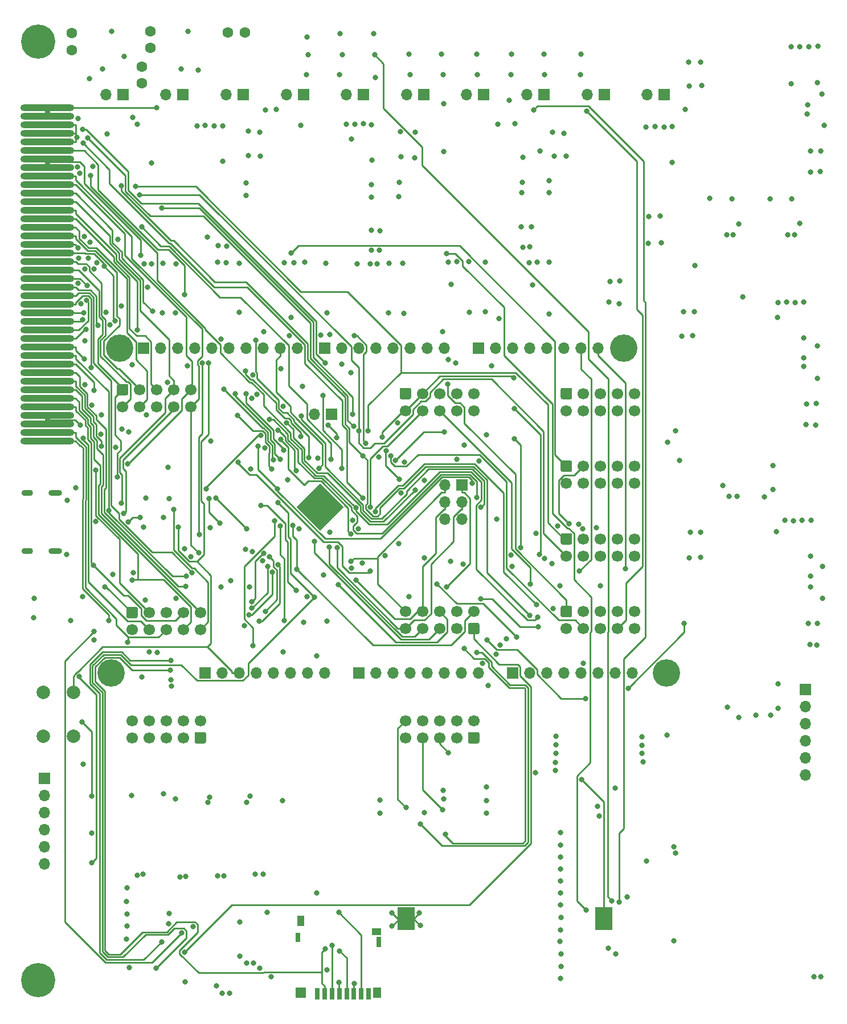
<source format=gbr>
%TF.GenerationSoftware,KiCad,Pcbnew,(5.1.9)-1*%
%TF.CreationDate,2021-07-02T17:33:52-07:00*%
%TF.ProjectId,MAD_P2,4d41445f-5032-42e6-9b69-6361645f7063,rev?*%
%TF.SameCoordinates,Original*%
%TF.FileFunction,Copper,L4,Bot*%
%TF.FilePolarity,Positive*%
%FSLAX46Y46*%
G04 Gerber Fmt 4.6, Leading zero omitted, Abs format (unit mm)*
G04 Created by KiCad (PCBNEW (5.1.9)-1) date 2021-07-02 17:33:52*
%MOMM*%
%LPD*%
G01*
G04 APERTURE LIST*
%TA.AperFunction,ComponentPad*%
%ADD10C,5.080000*%
%TD*%
%TA.AperFunction,ComponentPad*%
%ADD11C,1.600000*%
%TD*%
%TA.AperFunction,ComponentPad*%
%ADD12C,1.700000*%
%TD*%
%TA.AperFunction,SMDPad,CuDef*%
%ADD13R,2.540000X3.510000*%
%TD*%
%TA.AperFunction,SMDPad,CuDef*%
%ADD14O,8.000000X1.000000*%
%TD*%
%TA.AperFunction,ComponentPad*%
%ADD15R,1.700000X1.700000*%
%TD*%
%TA.AperFunction,ComponentPad*%
%ADD16O,1.700000X1.700000*%
%TD*%
%TA.AperFunction,ComponentPad*%
%ADD17C,4.064000*%
%TD*%
%TA.AperFunction,ComponentPad*%
%ADD18O,2.000000X0.900000*%
%TD*%
%TA.AperFunction,ComponentPad*%
%ADD19O,1.700000X0.900000*%
%TD*%
%TA.AperFunction,SMDPad,CuDef*%
%ADD20C,0.100000*%
%TD*%
%TA.AperFunction,ComponentPad*%
%ADD21C,0.500000*%
%TD*%
%TA.AperFunction,ComponentPad*%
%ADD22C,2.000000*%
%TD*%
%TA.AperFunction,SMDPad,CuDef*%
%ADD23R,0.700000X1.750000*%
%TD*%
%TA.AperFunction,SMDPad,CuDef*%
%ADD24R,1.300000X1.500000*%
%TD*%
%TA.AperFunction,SMDPad,CuDef*%
%ADD25R,0.800000X1.500000*%
%TD*%
%TA.AperFunction,SMDPad,CuDef*%
%ADD26R,1.450000X1.000000*%
%TD*%
%TA.AperFunction,SMDPad,CuDef*%
%ADD27R,0.800000X1.400000*%
%TD*%
%TA.AperFunction,SMDPad,CuDef*%
%ADD28R,1.500000X1.500000*%
%TD*%
%TA.AperFunction,SMDPad,CuDef*%
%ADD29R,1.000000X1.550000*%
%TD*%
%TA.AperFunction,ViaPad*%
%ADD30C,0.800000*%
%TD*%
%TA.AperFunction,Conductor*%
%ADD31C,0.250000*%
%TD*%
%TA.AperFunction,Conductor*%
%ADD32C,0.800000*%
%TD*%
G04 APERTURE END LIST*
D10*
%TO.P,DISP_HOLE_3,1*%
%TO.N,N/C*%
X395605000Y-157915000D03*
%TD*%
%TO.P,DISP_HOLE_1,1*%
%TO.N,N/C*%
X395605000Y-18415000D03*
%TD*%
D11*
%TO.P,F5,2*%
%TO.N,Net-(C74-Pad1)*%
X423776000Y-17081500D03*
%TO.P,F5,1*%
%TO.N,VIN_RAW*%
X426276000Y-17081500D03*
%TD*%
D12*
%TO.P,J11,10*%
%TO.N,GND*%
X460312000Y-73279000D03*
%TO.P,J11,8*%
%TO.N,5V_MAIN1*%
X457772000Y-73279000D03*
%TO.P,J11,6*%
%TO.N,VIN_L1*%
X455232000Y-73279000D03*
%TO.P,J11,4*%
%TO.N,V_32_35*%
X452692000Y-73279000D03*
%TO.P,J11,2*%
%TO.N,V_0_3*%
X450152000Y-73279000D03*
%TO.P,J11,9*%
%TO.N,GND*%
X460312000Y-70739000D03*
%TO.P,J11,7*%
%TO.N,3.3V_MAIN1*%
X457772000Y-70739000D03*
%TO.P,J11,5*%
%TO.N,V_32_35*%
X455232000Y-70739000D03*
%TO.P,J11,3*%
%TO.N,V_0_3*%
X452692000Y-70739000D03*
%TO.P,J11,1*%
%TO.N,GND*%
%TA.AperFunction,ComponentPad*%
G36*
G01*
X449552000Y-69889000D02*
X450752000Y-69889000D01*
G75*
G02*
X451002000Y-70139000I0J-250000D01*
G01*
X451002000Y-71339000D01*
G75*
G02*
X450752000Y-71589000I-250000J0D01*
G01*
X449552000Y-71589000D01*
G75*
G02*
X449302000Y-71339000I0J250000D01*
G01*
X449302000Y-70139000D01*
G75*
G02*
X449552000Y-69889000I250000J0D01*
G01*
G37*
%TD.AperFunction*%
%TD*%
D13*
%TO.P,BT1,1*%
%TO.N,Net-(BT1-Pad1)*%
X479627000Y-148717000D03*
%TO.P,BT1,2*%
%TO.N,GND*%
X450267000Y-148717000D03*
%TD*%
D14*
%TO.P,J6,41*%
%TO.N,VIN_L1*%
X396900000Y-28295600D03*
%TO.P,J6,42*%
X396900000Y-29565600D03*
%TO.P,J6,43*%
%TO.N,GND*%
X396900000Y-30835600D03*
%TO.P,J6,44*%
X396900000Y-32105600D03*
%TO.P,J6,45*%
X396900000Y-33375600D03*
%TO.P,J6,46*%
%TO.N,RESET*%
X396900000Y-34645600D03*
%TO.P,J6,47*%
%TO.N,V_0_3*%
X396900000Y-35915600D03*
%TO.P,J6,48*%
X396900000Y-37185600D03*
%TO.P,J6,49*%
%TO.N,P63*%
X396900000Y-38455600D03*
%TO.P,J6,50*%
%TO.N,P62*%
X396900000Y-39725600D03*
%TO.P,J6,51*%
%TO.N,P61*%
X396900000Y-40995600D03*
%TO.P,J6,52*%
%TO.N,P60*%
X396900000Y-42265600D03*
%TO.P,J6,53*%
%TO.N,P59*%
X396900000Y-43535600D03*
%TO.P,J6,54*%
%TO.N,P58*%
X396900000Y-44805600D03*
%TO.P,J6,55*%
%TO.N,P57*%
X396900000Y-46075600D03*
%TO.P,J6,56*%
%TO.N,P56*%
X396900000Y-47345600D03*
%TO.P,J6,57*%
%TO.N,V_32_35*%
X396900000Y-48615600D03*
%TO.P,J6,58*%
%TO.N,V_0_3*%
X396900000Y-49885600D03*
%TO.P,J6,59*%
%TO.N,P55*%
X396900000Y-51155600D03*
%TO.P,J6,60*%
%TO.N,P54*%
X396900000Y-52425600D03*
%TO.P,J6,61*%
%TO.N,P53*%
X396900000Y-53695600D03*
%TO.P,J6,62*%
%TO.N,P52*%
X396900000Y-54965600D03*
%TO.P,J6,63*%
%TO.N,P51*%
X396900000Y-56235600D03*
%TO.P,J6,64*%
%TO.N,P50*%
X396900000Y-57505600D03*
%TO.P,J6,65*%
%TO.N,P49*%
X396900000Y-58775600D03*
%TO.P,J6,66*%
%TO.N,P48*%
X396900000Y-60045600D03*
%TO.P,J6,67*%
%TO.N,V_32_35*%
X396900000Y-61315600D03*
%TO.P,J6,68*%
%TO.N,V_0_3*%
X396900000Y-62585600D03*
%TO.P,J6,69*%
%TO.N,P47*%
X396900000Y-63855600D03*
%TO.P,J6,70*%
%TO.N,P46*%
X396900000Y-65125600D03*
%TO.P,J6,71*%
%TO.N,P45*%
X396900000Y-66395600D03*
%TO.P,J6,72*%
%TO.N,P44*%
X396900000Y-67665600D03*
%TO.P,J6,73*%
%TO.N,P43*%
X396900000Y-68935600D03*
%TO.P,J6,74*%
%TO.N,P42*%
X396900000Y-70205600D03*
%TO.P,J6,75*%
%TO.N,P41*%
X396900000Y-71475600D03*
%TO.P,J6,76*%
%TO.N,P40*%
X396900000Y-72745600D03*
%TO.P,J6,77*%
%TO.N,V_32_35*%
X396900000Y-74015600D03*
%TO.P,J6,78*%
X396900000Y-75285600D03*
%TO.P,J6,79*%
%TO.N,P39*%
X396900000Y-76555600D03*
%TO.P,J6,80*%
%TO.N,P38*%
X396900000Y-77825600D03*
%TD*%
D15*
%TO.P,J4,1*%
%TO.N,VIN_RAW*%
X408177800Y-26289000D03*
D16*
%TO.P,J4,2*%
%TO.N,GND*%
X405637800Y-26289000D03*
%TD*%
D15*
%TO.P,J27,1*%
%TO.N,Net-(J27-Pad1)*%
X417118800Y-26289000D03*
D16*
%TO.P,J27,2*%
%TO.N,GND*%
X414578800Y-26289000D03*
%TD*%
D15*
%TO.P,J17,1*%
%TO.N,Net-(J17-Pad1)*%
X426059800Y-26289000D03*
D16*
%TO.P,J17,2*%
%TO.N,GND*%
X423519800Y-26289000D03*
%TD*%
D15*
%TO.P,J1,1*%
%TO.N,Net-(J1-Pad1)*%
X435000800Y-26289000D03*
D16*
%TO.P,J1,2*%
%TO.N,GND*%
X432460800Y-26289000D03*
%TD*%
D15*
%TO.P,J28,1*%
%TO.N,Net-(J28-Pad1)*%
X443940800Y-26289000D03*
D16*
%TO.P,J28,2*%
%TO.N,GND*%
X441400800Y-26289000D03*
%TD*%
D15*
%TO.P,J2,1*%
%TO.N,Net-(J2-Pad1)*%
X452881800Y-26289000D03*
D16*
%TO.P,J2,2*%
%TO.N,GND*%
X450341800Y-26289000D03*
%TD*%
D15*
%TO.P,J29,1*%
%TO.N,Net-(J29-Pad1)*%
X461822800Y-26289000D03*
D16*
%TO.P,J29,2*%
%TO.N,GND*%
X459282800Y-26289000D03*
%TD*%
D15*
%TO.P,J3,1*%
%TO.N,Net-(J3-Pad1)*%
X470763800Y-26289000D03*
D16*
%TO.P,J3,2*%
%TO.N,GND*%
X468223800Y-26289000D03*
%TD*%
D15*
%TO.P,J30,1*%
%TO.N,Net-(J30-Pad1)*%
X479704800Y-26289000D03*
D16*
%TO.P,J30,2*%
%TO.N,GND*%
X477164800Y-26289000D03*
%TD*%
D15*
%TO.P,J12,1*%
%TO.N,Net-(J12-Pad1)*%
X488644800Y-26289000D03*
D16*
%TO.P,J12,2*%
%TO.N,GND*%
X486104800Y-26289000D03*
%TD*%
D17*
%TO.P,P10,1*%
%TO.N,N/C*%
X488950000Y-112268000D03*
%TD*%
%TO.P,P8,1*%
%TO.N,N/C*%
X406400000Y-112268000D03*
%TD*%
%TO.P,P13,1*%
%TO.N,N/C*%
X482600000Y-64008000D03*
%TD*%
%TO.P,P11,1*%
%TO.N,N/C*%
X407670000Y-64008000D03*
%TD*%
%TO.P,J7,1*%
%TO.N,P34*%
%TA.AperFunction,ComponentPad*%
G36*
G01*
X408912000Y-102414000D02*
X410112000Y-102414000D01*
G75*
G02*
X410362000Y-102664000I0J-250000D01*
G01*
X410362000Y-103864000D01*
G75*
G02*
X410112000Y-104114000I-250000J0D01*
G01*
X408912000Y-104114000D01*
G75*
G02*
X408662000Y-103864000I0J250000D01*
G01*
X408662000Y-102664000D01*
G75*
G02*
X408912000Y-102414000I250000J0D01*
G01*
G37*
%TD.AperFunction*%
D12*
%TO.P,J7,3*%
%TO.N,P36*%
X412052000Y-103264000D03*
%TO.P,J7,5*%
%TO.N,P38*%
X414592000Y-103264000D03*
%TO.P,J7,7*%
%TO.N,P40*%
X417132000Y-103264000D03*
%TO.P,J7,9*%
%TO.N,P42*%
X419672000Y-103264000D03*
%TO.P,J7,2*%
%TO.N,P35*%
X409512000Y-105804000D03*
%TO.P,J7,4*%
%TO.N,P37*%
X412052000Y-105804000D03*
%TO.P,J7,6*%
%TO.N,P39*%
X414592000Y-105804000D03*
%TO.P,J7,8*%
%TO.N,P41*%
X417132000Y-105804000D03*
%TO.P,J7,10*%
%TO.N,P43*%
X419672000Y-105804000D03*
%TD*%
D18*
%TO.P,J8,S1*%
%TO.N,Net-(J8-PadS1)*%
X398119000Y-85514700D03*
X398119000Y-94154700D03*
D19*
X393949000Y-85514700D03*
X393949000Y-94154700D03*
%TD*%
%TO.P,J9,1*%
%TO.N,P44*%
%TA.AperFunction,ComponentPad*%
G36*
G01*
X460912000Y-106514000D02*
X459712000Y-106514000D01*
G75*
G02*
X459462000Y-106264000I0J250000D01*
G01*
X459462000Y-105064000D01*
G75*
G02*
X459712000Y-104814000I250000J0D01*
G01*
X460912000Y-104814000D01*
G75*
G02*
X461162000Y-105064000I0J-250000D01*
G01*
X461162000Y-106264000D01*
G75*
G02*
X460912000Y-106514000I-250000J0D01*
G01*
G37*
%TD.AperFunction*%
D12*
%TO.P,J9,3*%
%TO.N,P46*%
X457772000Y-105664000D03*
%TO.P,J9,5*%
%TO.N,P48*%
X455232000Y-105664000D03*
%TO.P,J9,7*%
%TO.N,P50*%
X452692000Y-105664000D03*
%TO.P,J9,9*%
%TO.N,P52*%
X450152000Y-105664000D03*
%TO.P,J9,2*%
%TO.N,P45*%
X460312000Y-103124000D03*
%TO.P,J9,4*%
%TO.N,P47*%
X457772000Y-103124000D03*
%TO.P,J9,6*%
%TO.N,P49*%
X455232000Y-103124000D03*
%TO.P,J9,8*%
%TO.N,P51*%
X452692000Y-103124000D03*
%TO.P,J9,10*%
%TO.N,P53*%
X450152000Y-103124000D03*
%TD*%
%TO.P,J10,10*%
%TO.N,P63*%
X418274000Y-72707500D03*
%TO.P,J10,8*%
%TO.N,P61*%
X415734000Y-72707500D03*
%TO.P,J10,6*%
%TO.N,P59*%
X413194000Y-72707500D03*
%TO.P,J10,4*%
%TO.N,P57*%
X410654000Y-72707500D03*
%TO.P,J10,2*%
%TO.N,P55*%
X408114000Y-72707500D03*
%TO.P,J10,9*%
%TO.N,P62*%
X418274000Y-70167500D03*
%TO.P,J10,7*%
%TO.N,P60*%
X415734000Y-70167500D03*
%TO.P,J10,5*%
%TO.N,P58*%
X413194000Y-70167500D03*
%TO.P,J10,3*%
%TO.N,P56*%
X410654000Y-70167500D03*
%TO.P,J10,1*%
%TO.N,P54*%
%TA.AperFunction,ComponentPad*%
G36*
G01*
X407514000Y-69317500D02*
X408714000Y-69317500D01*
G75*
G02*
X408964000Y-69567500I0J-250000D01*
G01*
X408964000Y-70767500D01*
G75*
G02*
X408714000Y-71017500I-250000J0D01*
G01*
X407514000Y-71017500D01*
G75*
G02*
X407264000Y-70767500I0J250000D01*
G01*
X407264000Y-69567500D01*
G75*
G02*
X407514000Y-69317500I250000J0D01*
G01*
G37*
%TD.AperFunction*%
%TD*%
%TO.P,J13,1*%
%TO.N,P20*%
%TA.AperFunction,ComponentPad*%
G36*
G01*
X473491000Y-80684000D02*
X474691000Y-80684000D01*
G75*
G02*
X474941000Y-80934000I0J-250000D01*
G01*
X474941000Y-82134000D01*
G75*
G02*
X474691000Y-82384000I-250000J0D01*
G01*
X473491000Y-82384000D01*
G75*
G02*
X473241000Y-82134000I0J250000D01*
G01*
X473241000Y-80934000D01*
G75*
G02*
X473491000Y-80684000I250000J0D01*
G01*
G37*
%TD.AperFunction*%
%TO.P,J13,3*%
%TO.N,P22*%
X476631000Y-81534000D03*
%TO.P,J13,5*%
%TO.N,P24*%
X479171000Y-81534000D03*
%TO.P,J13,7*%
%TO.N,P26*%
X481711000Y-81534000D03*
%TO.P,J13,9*%
%TO.N,P28*%
X484251000Y-81534000D03*
%TO.P,J13,2*%
%TO.N,P21*%
X474091000Y-84074000D03*
%TO.P,J13,4*%
%TO.N,P23*%
X476631000Y-84074000D03*
%TO.P,J13,6*%
%TO.N,P25*%
X479171000Y-84074000D03*
%TO.P,J13,8*%
%TO.N,P27*%
X481711000Y-84074000D03*
%TO.P,J13,10*%
%TO.N,P29*%
X484251000Y-84074000D03*
%TD*%
%TO.P,J14,1*%
%TO.N,Net-(J14-Pad1)*%
%TA.AperFunction,ComponentPad*%
G36*
G01*
X473491000Y-69889000D02*
X474691000Y-69889000D01*
G75*
G02*
X474941000Y-70139000I0J-250000D01*
G01*
X474941000Y-71339000D01*
G75*
G02*
X474691000Y-71589000I-250000J0D01*
G01*
X473491000Y-71589000D01*
G75*
G02*
X473241000Y-71339000I0J250000D01*
G01*
X473241000Y-70139000D01*
G75*
G02*
X473491000Y-69889000I250000J0D01*
G01*
G37*
%TD.AperFunction*%
%TO.P,J14,3*%
%TO.N,Net-(J14-Pad3)*%
X476631000Y-70739000D03*
%TO.P,J14,5*%
%TO.N,Net-(J14-Pad5)*%
X479171000Y-70739000D03*
%TO.P,J14,7*%
%TO.N,GND*%
X481711000Y-70739000D03*
%TO.P,J14,9*%
X484251000Y-70739000D03*
%TO.P,J14,2*%
%TO.N,Net-(J14-Pad2)*%
X474091000Y-73279000D03*
%TO.P,J14,4*%
%TO.N,GND*%
X476631000Y-73279000D03*
%TO.P,J14,6*%
X479171000Y-73279000D03*
%TO.P,J14,8*%
X481711000Y-73279000D03*
%TO.P,J14,10*%
%TO.N,Net-(J14-Pad10)*%
X484251000Y-73279000D03*
%TD*%
%TO.P,J15,1*%
%TO.N,A1+*%
%TA.AperFunction,ComponentPad*%
G36*
G01*
X420272000Y-122725000D02*
X419072000Y-122725000D01*
G75*
G02*
X418822000Y-122475000I0J250000D01*
G01*
X418822000Y-121275000D01*
G75*
G02*
X419072000Y-121025000I250000J0D01*
G01*
X420272000Y-121025000D01*
G75*
G02*
X420522000Y-121275000I0J-250000D01*
G01*
X420522000Y-122475000D01*
G75*
G02*
X420272000Y-122725000I-250000J0D01*
G01*
G37*
%TD.AperFunction*%
%TO.P,J15,3*%
%TO.N,A2+*%
X417132000Y-121875000D03*
%TO.P,J15,5*%
%TO.N,A3+*%
X414592000Y-121875000D03*
%TO.P,J15,7*%
%TO.N,A4+*%
X412052000Y-121875000D03*
%TO.P,J15,9*%
%TO.N,GND*%
X409512000Y-121875000D03*
%TO.P,J15,2*%
%TO.N,A1-*%
X419672000Y-119335000D03*
%TO.P,J15,4*%
%TO.N,A2-*%
X417132000Y-119335000D03*
%TO.P,J15,6*%
%TO.N,A3-*%
X414592000Y-119335000D03*
%TO.P,J15,8*%
%TO.N,A4-*%
X412052000Y-119335000D03*
%TO.P,J15,10*%
%TO.N,3.3V_ADC*%
X409512000Y-119335000D03*
%TD*%
%TO.P,J16,1*%
%TO.N,3.3V_ADC*%
%TA.AperFunction,ComponentPad*%
G36*
G01*
X460912000Y-122725000D02*
X459712000Y-122725000D01*
G75*
G02*
X459462000Y-122475000I0J250000D01*
G01*
X459462000Y-121275000D01*
G75*
G02*
X459712000Y-121025000I250000J0D01*
G01*
X460912000Y-121025000D01*
G75*
G02*
X461162000Y-121275000I0J-250000D01*
G01*
X461162000Y-122475000D01*
G75*
G02*
X460912000Y-122725000I-250000J0D01*
G01*
G37*
%TD.AperFunction*%
%TO.P,J16,3*%
%TO.N,5V_ADC*%
X457772000Y-121875000D03*
%TO.P,J16,5*%
%TO.N,AO1*%
X455232000Y-121875000D03*
%TO.P,J16,7*%
%TO.N,AO2*%
X452692000Y-121875000D03*
%TO.P,J16,9*%
%TO.N,GND*%
X450152000Y-121875000D03*
%TO.P,J16,2*%
%TO.N,AO0*%
X460312000Y-119335000D03*
%TO.P,J16,4*%
%TO.N,GND*%
X457772000Y-119335000D03*
%TO.P,J16,6*%
X455232000Y-119335000D03*
%TO.P,J16,8*%
X452692000Y-119335000D03*
%TO.P,J16,10*%
%TO.N,AO3*%
X450152000Y-119335000D03*
%TD*%
%TO.P,J21,10*%
%TO.N,P9*%
X484251000Y-105664000D03*
%TO.P,J21,8*%
%TO.N,P7*%
X481711000Y-105664000D03*
%TO.P,J21,6*%
%TO.N,P5*%
X479171000Y-105664000D03*
%TO.P,J21,4*%
%TO.N,P3*%
X476631000Y-105664000D03*
%TO.P,J21,2*%
%TO.N,P1*%
X474091000Y-105664000D03*
%TO.P,J21,9*%
%TO.N,P8*%
X484251000Y-103124000D03*
%TO.P,J21,7*%
%TO.N,P6*%
X481711000Y-103124000D03*
%TO.P,J21,5*%
%TO.N,P4*%
X479171000Y-103124000D03*
%TO.P,J21,3*%
%TO.N,P2*%
X476631000Y-103124000D03*
%TO.P,J21,1*%
%TO.N,P0*%
%TA.AperFunction,ComponentPad*%
G36*
G01*
X473491000Y-102274000D02*
X474691000Y-102274000D01*
G75*
G02*
X474941000Y-102524000I0J-250000D01*
G01*
X474941000Y-103724000D01*
G75*
G02*
X474691000Y-103974000I-250000J0D01*
G01*
X473491000Y-103974000D01*
G75*
G02*
X473241000Y-103724000I0J250000D01*
G01*
X473241000Y-102524000D01*
G75*
G02*
X473491000Y-102274000I250000J0D01*
G01*
G37*
%TD.AperFunction*%
%TD*%
%TO.P,J22,10*%
%TO.N,P19*%
X484251000Y-94869000D03*
%TO.P,J22,8*%
%TO.N,P17*%
X481711000Y-94869000D03*
%TO.P,J22,6*%
%TO.N,P15*%
X479171000Y-94869000D03*
%TO.P,J22,4*%
%TO.N,P13*%
X476631000Y-94869000D03*
%TO.P,J22,2*%
%TO.N,P11*%
X474091000Y-94869000D03*
%TO.P,J22,9*%
%TO.N,P18*%
X484251000Y-92329000D03*
%TO.P,J22,7*%
%TO.N,P16*%
X481711000Y-92329000D03*
%TO.P,J22,5*%
%TO.N,P14*%
X479171000Y-92329000D03*
%TO.P,J22,3*%
%TO.N,P12*%
X476631000Y-92329000D03*
%TO.P,J22,1*%
%TO.N,P10*%
%TA.AperFunction,ComponentPad*%
G36*
G01*
X473491000Y-91479000D02*
X474691000Y-91479000D01*
G75*
G02*
X474941000Y-91729000I0J-250000D01*
G01*
X474941000Y-92929000D01*
G75*
G02*
X474691000Y-93179000I-250000J0D01*
G01*
X473491000Y-93179000D01*
G75*
G02*
X473241000Y-92929000I0J250000D01*
G01*
X473241000Y-91729000D01*
G75*
G02*
X473491000Y-91479000I250000J0D01*
G01*
G37*
%TD.AperFunction*%
%TD*%
D16*
%TO.P,JP10,2*%
%TO.N,P61*%
X436626000Y-73787000D03*
D15*
%TO.P,JP10,1*%
%TO.N,FLASH_CS*%
X439166000Y-73787000D03*
%TD*%
%TA.AperFunction,SMDPad,CuDef*%
D20*
%TO.P,U1,101*%
%TO.N,GND*%
G36*
X437477000Y-84043666D02*
G01*
X441012534Y-87579200D01*
X437477000Y-91114734D01*
X433941466Y-87579200D01*
X437477000Y-84043666D01*
G37*
%TD.AperFunction*%
D21*
X434295019Y-87579200D03*
X435090515Y-86783705D03*
X435886010Y-85988210D03*
X436681505Y-85192715D03*
X437477000Y-84397219D03*
X435090515Y-88374695D03*
X435886010Y-87579200D03*
X436681505Y-86783705D03*
X437477000Y-85988210D03*
X438272495Y-85192715D03*
X435886010Y-89170190D03*
X436681505Y-88374695D03*
X437477000Y-87579200D03*
X438272495Y-86783705D03*
X439067990Y-85988210D03*
X436681505Y-89965685D03*
X437477000Y-89170190D03*
X438272495Y-88374695D03*
X439067990Y-87579200D03*
X439863485Y-86783705D03*
X437477000Y-90761181D03*
X438272495Y-89965685D03*
X439067990Y-89170190D03*
X439863485Y-88374695D03*
X440658981Y-87579200D03*
%TD*%
D16*
%TO.P,J18,8*%
%TO.N,Net-(J18-Pad8)*%
X461010000Y-112268000D03*
%TO.P,J18,7*%
%TO.N,Net-(J18-Pad7)*%
X458470000Y-112268000D03*
%TO.P,J18,6*%
%TO.N,Net-(J18-Pad6)*%
X455930000Y-112268000D03*
%TO.P,J18,5*%
%TO.N,Net-(J18-Pad5)*%
X453390000Y-112268000D03*
%TO.P,J18,4*%
%TO.N,Net-(J18-Pad4)*%
X450850000Y-112268000D03*
%TO.P,J18,3*%
%TO.N,Net-(J18-Pad3)*%
X448310000Y-112268000D03*
%TO.P,J18,2*%
%TO.N,Net-(J18-Pad2)*%
X445770000Y-112268000D03*
D15*
%TO.P,J18,1*%
%TO.N,Net-(J18-Pad1)*%
X443230000Y-112268000D03*
%TD*%
%TO.P,J19,1*%
%TO.N,Net-(J19-Pad1)*%
X466090000Y-112268000D03*
D16*
%TO.P,J19,2*%
%TO.N,Net-(J19-Pad2)*%
X468630000Y-112268000D03*
%TO.P,J19,3*%
%TO.N,Net-(J19-Pad3)*%
X471170000Y-112268000D03*
%TO.P,J19,4*%
%TO.N,Net-(J19-Pad4)*%
X473710000Y-112268000D03*
%TO.P,J19,5*%
%TO.N,Net-(J19-Pad5)*%
X476250000Y-112268000D03*
%TO.P,J19,6*%
%TO.N,Net-(J19-Pad6)*%
X478790000Y-112268000D03*
%TO.P,J19,7*%
%TO.N,Net-(J19-Pad7)*%
X481330000Y-112268000D03*
%TO.P,J19,8*%
%TO.N,Net-(J19-Pad8)*%
X483870000Y-112268000D03*
%TD*%
D15*
%TO.P,J20,1*%
%TO.N,Net-(J20-Pad1)*%
X420370000Y-112268000D03*
D16*
%TO.P,J20,2*%
%TO.N,3.3V_MAIN1*%
X422910000Y-112268000D03*
%TO.P,J20,3*%
%TO.N,RESET*%
X425450000Y-112268000D03*
%TO.P,J20,4*%
%TO.N,3.3V_MAIN1*%
X427990000Y-112268000D03*
%TO.P,J20,5*%
%TO.N,5V_MAIN1*%
X430530000Y-112268000D03*
%TO.P,J20,6*%
%TO.N,GND*%
X433070000Y-112268000D03*
%TO.P,J20,7*%
X435610000Y-112268000D03*
%TO.P,J20,8*%
%TO.N,VIN_L1*%
X438150000Y-112268000D03*
%TD*%
D15*
%TO.P,J23,1*%
%TO.N,5V_MAIN1*%
X458597000Y-84328000D03*
D16*
%TO.P,J23,2*%
%TO.N,P53*%
X456057000Y-84328000D03*
%TO.P,J23,3*%
%TO.N,P52*%
X458597000Y-86868000D03*
%TO.P,J23,4*%
%TO.N,P51*%
X456057000Y-86868000D03*
%TO.P,J23,5*%
%TO.N,GND*%
X458597000Y-89408000D03*
%TO.P,J23,6*%
%TO.N,RESET*%
X456057000Y-89408000D03*
%TD*%
D15*
%TO.P,J24,1*%
%TO.N,Net-(J24-Pad1)*%
X411226000Y-64008000D03*
D16*
%TO.P,J24,2*%
%TO.N,Net-(J24-Pad2)*%
X413766000Y-64008000D03*
%TO.P,J24,3*%
%TO.N,Net-(J24-Pad3)*%
X416306000Y-64008000D03*
%TO.P,J24,4*%
%TO.N,GND*%
X418846000Y-64008000D03*
%TO.P,J24,5*%
%TO.N,Net-(J24-Pad5)*%
X421386000Y-64008000D03*
%TO.P,J24,6*%
%TO.N,Net-(J24-Pad6)*%
X423926000Y-64008000D03*
%TO.P,J24,7*%
%TO.N,Net-(J24-Pad7)*%
X426466000Y-64008000D03*
%TO.P,J24,8*%
%TO.N,P55*%
X429006000Y-64008000D03*
%TO.P,J24,9*%
%TO.N,P54*%
X431546000Y-64008000D03*
%TO.P,J24,10*%
%TO.N,Net-(J24-Pad10)*%
X434086000Y-64008000D03*
%TD*%
%TO.P,J25,8*%
%TO.N,Net-(J25-Pad8)*%
X455930000Y-64008000D03*
%TO.P,J25,7*%
%TO.N,Net-(J25-Pad7)*%
X453390000Y-64008000D03*
%TO.P,J25,6*%
%TO.N,Net-(J25-Pad6)*%
X450850000Y-64008000D03*
%TO.P,J25,5*%
%TO.N,Net-(J25-Pad5)*%
X448310000Y-64008000D03*
%TO.P,J25,4*%
%TO.N,Net-(J25-Pad4)*%
X445770000Y-64008000D03*
%TO.P,J25,3*%
%TO.N,Net-(J25-Pad3)*%
X443230000Y-64008000D03*
%TO.P,J25,2*%
%TO.N,Net-(J25-Pad2)*%
X440690000Y-64008000D03*
D15*
%TO.P,J25,1*%
%TO.N,Net-(J25-Pad1)*%
X438150000Y-64008000D03*
%TD*%
%TO.P,J26,1*%
%TO.N,Net-(J26-Pad1)*%
X461010000Y-64008000D03*
D16*
%TO.P,J26,2*%
%TO.N,Net-(J26-Pad2)*%
X463550000Y-64008000D03*
%TO.P,J26,3*%
%TO.N,Net-(J26-Pad3)*%
X466090000Y-64008000D03*
%TO.P,J26,4*%
%TO.N,Net-(J26-Pad4)*%
X468630000Y-64008000D03*
%TO.P,J26,5*%
%TO.N,Net-(J26-Pad5)*%
X471170000Y-64008000D03*
%TO.P,J26,6*%
%TO.N,Net-(J26-Pad6)*%
X473710000Y-64008000D03*
%TO.P,J26,7*%
%TO.N,P57*%
X476250000Y-64008000D03*
%TO.P,J26,8*%
%TO.N,P56*%
X478790000Y-64008000D03*
%TD*%
D15*
%TO.P,J33,1*%
%TO.N,HS_VIN*%
X396494000Y-127889000D03*
D16*
%TO.P,J33,2*%
%TO.N,HS_1*%
X396494000Y-130429000D03*
%TO.P,J33,3*%
%TO.N,HS_2*%
X396494000Y-132969000D03*
%TO.P,J33,4*%
%TO.N,HS_3*%
X396494000Y-135509000D03*
%TO.P,J33,5*%
%TO.N,HS_4*%
X396494000Y-138049000D03*
%TO.P,J33,6*%
%TO.N,GND*%
X396494000Y-140589000D03*
%TD*%
D22*
%TO.P,SW1,2*%
%TO.N,GND*%
X396312000Y-121666000D03*
%TO.P,SW1,1*%
%TO.N,RESET*%
X400812000Y-121666000D03*
%TO.P,SW1,2*%
%TO.N,GND*%
X396312000Y-115166000D03*
%TO.P,SW1,1*%
%TO.N,RESET*%
X400812000Y-115166000D03*
%TD*%
D23*
%TO.P,J32,8*%
%TO.N,Net-(J32-Pad8)*%
X444722000Y-159909000D03*
D24*
%TO.P,J32,11*%
%TO.N,N/C*%
X445922000Y-159784000D03*
D25*
X446172000Y-152184000D03*
D26*
%TO.P,J32,9*%
%TO.N,Net-(J32-Pad9)*%
X445847000Y-150684000D03*
D27*
%TO.P,J32,11*%
%TO.N,N/C*%
X434222000Y-151534000D03*
D23*
%TO.P,J32,7*%
%TO.N,Net-(J32-Pad7)*%
X443622000Y-159909000D03*
%TO.P,J32,6*%
%TO.N,GND*%
X442522000Y-159909000D03*
%TO.P,J32,5*%
%TO.N,P40*%
X441422000Y-159909000D03*
%TO.P,J32,4*%
%TO.N,+3V3*%
X440322000Y-159909000D03*
%TO.P,J32,3*%
%TO.N,P41*%
X439222000Y-159909000D03*
%TO.P,J32,2*%
%TO.N,P42*%
X438122000Y-159909000D03*
%TO.P,J32,1*%
%TO.N,Net-(J32-Pad1)*%
X437022000Y-159909000D03*
D28*
%TO.P,J32,11*%
%TO.N,N/C*%
X434572000Y-159784000D03*
D29*
%TO.P,J32,10*%
X434622000Y-149109000D03*
%TD*%
D15*
%TO.P,J34,1*%
%TO.N,RESET*%
X509588000Y-114744000D03*
D16*
%TO.P,J34,2*%
%TO.N,P62*%
X509588000Y-117284000D03*
%TO.P,J34,3*%
%TO.N,P63*%
X509588000Y-119824000D03*
%TO.P,J34,4*%
%TO.N,VBUS*%
X509588000Y-122364000D03*
%TO.P,J34,5*%
%TO.N,Net-(J34-Pad5)*%
X509588000Y-124904000D03*
%TO.P,J34,6*%
%TO.N,GND*%
X509588000Y-127444000D03*
%TD*%
D11*
%TO.P,F1,2*%
%TO.N,Net-(C73-Pad1)*%
X400558000Y-17208500D03*
%TO.P,F1,1*%
%TO.N,VIN_RAW*%
X400558000Y-19708500D03*
%TD*%
%TO.P,F2,1*%
%TO.N,VIN_RAW*%
X410972000Y-24638000D03*
%TO.P,F2,2*%
%TO.N,Net-(C91-Pad1)*%
X410972000Y-22138000D03*
%TD*%
%TO.P,F3,1*%
%TO.N,VIN_RAW*%
X412242000Y-19391000D03*
%TO.P,F3,2*%
%TO.N,Net-(C75-Pad1)*%
X412242000Y-16891000D03*
%TD*%
D30*
%TO.N,Net-(BT1-Pad1)*%
X476314000Y-128080000D03*
%TO.N,GND*%
X414844300Y-81728200D03*
X409727600Y-97350900D03*
X449494500Y-85514400D03*
X411265900Y-90549000D03*
X405686700Y-58657300D03*
X421168000Y-90696700D03*
X407127800Y-78684400D03*
X421219000Y-77795500D03*
X405850000Y-32146900D03*
X428057900Y-70843500D03*
X401302200Y-32689800D03*
X435053300Y-104749400D03*
X427024600Y-99489500D03*
X411554100Y-86244200D03*
X465857700Y-94714900D03*
X448998000Y-75115400D03*
X399796000Y-94615000D03*
X465582000Y-27178000D03*
X409448000Y-130492000D03*
X414210000Y-130175000D03*
X415988000Y-130937000D03*
X420814000Y-131508000D03*
X421068000Y-130683000D03*
X431864000Y-131191000D03*
X426530000Y-131445000D03*
X427038000Y-130556000D03*
X429006000Y-142176000D03*
X427800000Y-142176000D03*
X423164000Y-142367000D03*
X422212000Y-142367000D03*
X417512000Y-142494000D03*
X416624000Y-142558000D03*
X411162000Y-142176000D03*
X410274000Y-142304000D03*
X415036000Y-148018000D03*
X408686000Y-151828000D03*
X408750000Y-149860000D03*
X408686000Y-146240000D03*
X408750000Y-148082000D03*
X408750000Y-144145000D03*
X414972000Y-149479000D03*
X418592000Y-149924000D03*
X429578000Y-147828000D03*
X425514000Y-149225000D03*
X425577000Y-154368000D03*
X417449000Y-158115000D03*
X422084000Y-158750000D03*
X422910000Y-159830000D03*
X430212000Y-157353000D03*
X428498000Y-156146000D03*
X427546000Y-155321000D03*
X426593000Y-155321000D03*
X424053000Y-159830000D03*
X510350000Y-37846000D03*
X511810000Y-37782500D03*
X511874000Y-34671000D03*
X510413000Y-34671000D03*
X512382000Y-30861000D03*
X509842000Y-29210000D03*
X509968000Y-27813000D03*
X512064000Y-26225500D03*
X511429000Y-24511000D03*
X511492000Y-19113500D03*
X510159000Y-19177000D03*
X508762000Y-19177000D03*
X507492000Y-19177000D03*
X494220000Y-24955500D03*
X492379000Y-25082500D03*
X494030000Y-21463000D03*
X492252000Y-21463000D03*
X453006500Y-95164500D03*
X442024000Y-67627500D03*
X440690000Y-66357500D03*
X431610000Y-67056000D03*
X404120600Y-89772200D03*
X399860000Y-86614000D03*
X401193000Y-84772500D03*
X394970000Y-101156000D03*
X412052000Y-109093000D03*
X415290000Y-113284000D03*
X415354000Y-114173000D03*
X473202000Y-135954000D03*
X473202000Y-137795000D03*
X473202000Y-139636000D03*
X473202000Y-141351000D03*
X473202000Y-143192000D03*
X473202000Y-144970000D03*
X473202000Y-146748000D03*
X473266000Y-148590000D03*
X473202000Y-150432000D03*
X473138000Y-152146000D03*
X473266000Y-153988000D03*
X473266000Y-155829000D03*
X473202000Y-157670000D03*
X438468000Y-156400000D03*
X442532000Y-158369000D03*
X455803000Y-129667000D03*
X455866000Y-131000000D03*
X462216000Y-129159000D03*
X462216000Y-131254000D03*
X462216000Y-133096000D03*
X452946000Y-132969000D03*
X446342000Y-133096000D03*
X446342000Y-131128000D03*
X485458000Y-125476000D03*
X472440000Y-126746000D03*
X472440000Y-125540000D03*
X472504000Y-124206000D03*
X472567000Y-122936000D03*
X472504000Y-121666000D03*
X485330000Y-121730000D03*
X485330000Y-123000000D03*
X485330000Y-124206000D03*
X452374000Y-149796000D03*
X452247000Y-147892000D03*
X448183000Y-147892000D03*
X448183000Y-149860000D03*
X511874000Y-157353000D03*
X510858000Y-157353000D03*
X483108000Y-145542000D03*
X486029000Y-140208000D03*
X490093000Y-138049000D03*
X498030000Y-117348000D03*
X499682000Y-118872000D03*
X504444000Y-118554000D03*
X502285000Y-118554000D03*
X505587000Y-117475000D03*
X505524000Y-113856000D03*
X510032000Y-104902000D03*
X511429000Y-104902000D03*
X511302000Y-108077000D03*
X510286000Y-108014000D03*
X512191000Y-96456500D03*
X512128000Y-101156000D03*
X510350000Y-99504500D03*
X510350000Y-97853500D03*
X510413000Y-94869000D03*
X510476000Y-89598500D03*
X509143000Y-89598500D03*
X507873000Y-89662000D03*
X506603000Y-89598500D03*
X494030000Y-95059500D03*
X492316000Y-95123000D03*
X494030000Y-91313000D03*
X492506000Y-91376500D03*
X499491000Y-86042500D03*
X498284000Y-86042500D03*
X497332000Y-84391500D03*
X504825000Y-84963000D03*
X503555000Y-86106000D03*
X504762000Y-81470500D03*
X509714000Y-75374500D03*
X511112000Y-75438000D03*
X511238000Y-72199500D03*
X509778000Y-72326500D03*
X511366000Y-63690500D03*
X511429000Y-68516500D03*
X509397000Y-66675000D03*
X509397000Y-65405000D03*
X509397000Y-62484000D03*
X509397000Y-57150000D03*
X508064000Y-57213500D03*
X506794000Y-57150000D03*
X505524000Y-57213500D03*
X492824000Y-62166500D03*
X491236000Y-62230000D03*
X493141000Y-58610500D03*
X491490000Y-58547000D03*
X504380000Y-41846500D03*
X507556000Y-41846500D03*
X508762000Y-45466000D03*
X508000000Y-47180500D03*
X506984000Y-47180500D03*
X499682000Y-45529500D03*
X498856000Y-47117000D03*
X497904000Y-47180500D03*
X498729000Y-41846500D03*
X495364000Y-41719500D03*
X486283000Y-48387000D03*
X488188000Y-48323500D03*
X487998000Y-44323000D03*
X486346000Y-44450000D03*
X489839000Y-36385500D03*
X489839000Y-31051500D03*
X488632000Y-31115000D03*
X487299000Y-31051500D03*
X485902000Y-31178500D03*
X467614000Y-35623500D03*
X466408000Y-30670500D03*
X463931000Y-30734000D03*
X472059000Y-31940500D03*
X473710000Y-32067500D03*
X474028000Y-35433000D03*
X472313000Y-35496500D03*
X471551000Y-39116000D03*
X471551000Y-40894000D03*
X467487000Y-40894000D03*
X467550000Y-39370000D03*
X480378000Y-57150000D03*
X481965000Y-57404000D03*
X482028000Y-54038500D03*
X480568000Y-54102000D03*
X449898000Y-58801000D03*
X447612000Y-58737500D03*
X445072000Y-46482000D03*
X446405000Y-46545500D03*
X446278000Y-49466500D03*
X445135000Y-49466500D03*
X449390000Y-31813500D03*
X451612000Y-31940500D03*
X451548000Y-35687000D03*
X449516000Y-35560000D03*
X449262000Y-39370000D03*
X449199000Y-41465500D03*
X445135000Y-41529000D03*
X445072000Y-39687500D03*
X445198000Y-36068000D03*
X445072000Y-30797500D03*
X443928000Y-30670500D03*
X442658000Y-30734000D03*
X441388000Y-30734000D03*
X426466000Y-39433500D03*
X426466000Y-41275000D03*
X467360000Y-45974000D03*
X468884000Y-45974000D03*
X468630000Y-48958500D03*
X467614000Y-49022000D03*
X471551000Y-58928000D03*
X469074000Y-54610000D03*
X471551000Y-51244500D03*
X469710000Y-51244500D03*
X468566000Y-51308000D03*
X462026000Y-58610500D03*
X459676000Y-58674000D03*
X462026000Y-51244500D03*
X459613000Y-51117500D03*
X456946000Y-54546500D03*
X457772000Y-51117500D03*
X456502000Y-51181000D03*
X449770000Y-51371500D03*
X447738000Y-51371500D03*
X445960000Y-51435000D03*
X444944000Y-51498500D03*
X438468000Y-58737500D03*
X438340000Y-51371500D03*
X435166000Y-51181000D03*
X433578000Y-51308000D03*
X432181000Y-51308000D03*
X415988000Y-58737500D03*
X414020000Y-58737500D03*
X411861000Y-54927500D03*
X411290000Y-51435000D03*
X412432000Y-51435000D03*
X414147000Y-51371500D03*
X416052000Y-51435000D03*
X425450000Y-58674000D03*
X425450000Y-51371500D03*
X423545000Y-51308000D03*
X422275000Y-51244500D03*
X420751000Y-47498000D03*
X423608000Y-48831500D03*
X422338000Y-48768000D03*
X426847000Y-31750000D03*
X428498000Y-31877000D03*
X428562000Y-35433000D03*
X426847000Y-35369500D03*
X422974000Y-36258500D03*
X419164000Y-30988000D03*
X420370000Y-30924500D03*
X421704000Y-30988000D03*
X422974000Y-30988000D03*
X405183000Y-22489600D03*
X408395000Y-20610800D03*
X419354000Y-22669500D03*
X416814000Y-22542500D03*
X417830000Y-16891000D03*
X406464000Y-16891000D03*
%TO.N,+1V8*%
X447341100Y-79200800D03*
X434865600Y-69644500D03*
X449272900Y-83436000D03*
X443744600Y-95890700D03*
X442123200Y-96646400D03*
X427387700Y-94230300D03*
X428928800Y-95576000D03*
X438022300Y-97653600D03*
X433197000Y-59436000D03*
%TO.N,VIN_L1*%
X450672600Y-100870700D03*
X468701500Y-99070600D03*
X410998100Y-112876900D03*
X456565000Y-65722500D03*
X455676000Y-61531500D03*
X505460000Y-59436000D03*
X442150000Y-32956500D03*
X429324000Y-28575000D03*
X445452000Y-17272000D03*
X440436000Y-17272000D03*
X435546000Y-17780000D03*
X413179000Y-28273200D03*
%TO.N,+5V*%
X478736600Y-132058300D03*
X469473400Y-127097300D03*
%TO.N,+5V_3*%
X481453600Y-153990100D03*
X491744000Y-28511500D03*
X476250000Y-20320000D03*
X470789000Y-20320000D03*
X465900000Y-20320000D03*
%TO.N,+5V_1*%
X480817000Y-146088700D03*
X430938000Y-28548300D03*
X445580000Y-20383500D03*
X440754000Y-20383500D03*
X435737000Y-20383500D03*
%TO.N,+5V_2*%
X481946700Y-146268600D03*
X469202000Y-28575000D03*
X460756000Y-20320000D03*
X455486000Y-20320000D03*
X450723000Y-20320000D03*
%TO.N,+3.3V_3*%
X480321500Y-153163500D03*
X464058000Y-59563000D03*
X470154000Y-34734500D03*
X476186000Y-23368000D03*
X470852000Y-23368000D03*
X465836000Y-23368000D03*
%TO.N,+3.3V_1*%
X489166300Y-77996300D03*
X457668200Y-66166700D03*
X442976000Y-51435000D03*
X434594000Y-30861000D03*
X445680000Y-23785800D03*
X440372000Y-23368000D03*
X435420000Y-23368000D03*
%TO.N,+3.3V_2*%
X476983000Y-147476600D03*
X455866000Y-27686000D03*
X455866000Y-34798000D03*
X456311000Y-49911000D03*
X460820000Y-23368000D03*
X455740000Y-23368000D03*
X450850000Y-23368000D03*
%TO.N,+3V3*%
X461610300Y-110828600D03*
X413290000Y-109212100D03*
X417303800Y-93831100D03*
X403866500Y-107302600D03*
X440246000Y-158242000D03*
X481330000Y-129350000D03*
X402272000Y-125794000D03*
%TO.N,VIN_IO*%
X507492000Y-24701500D03*
X409638000Y-29718000D03*
%TO.N,VIN_ADC*%
X410335900Y-30679600D03*
X505333000Y-91249500D03*
X403162000Y-23939500D03*
%TO.N,5V_ADC*%
X483275800Y-114498800D03*
X462305000Y-107377300D03*
X422735300Y-99446000D03*
X476960000Y-116026300D03*
X491617000Y-104902000D03*
%TO.N,3.3V_ADC*%
X489068300Y-121443000D03*
X478939800Y-133543900D03*
%TO.N,VBUS*%
X416046500Y-101149700D03*
%TO.N,Net-(C104-Pad1)*%
X410714500Y-89152100D03*
X408963500Y-89802900D03*
%TO.N,RESET*%
X469912400Y-105378300D03*
X461341200Y-101282700D03*
X416391500Y-90600900D03*
X417336000Y-56030700D03*
X420927200Y-66230500D03*
%TO.N,FLASH_CS*%
X452944800Y-83657100D03*
%TO.N,5V_MAIN1*%
X437579700Y-62009600D03*
X456287300Y-99460900D03*
X431990000Y-109156000D03*
X490284000Y-76263500D03*
%TO.N,3.3V_MAIN1*%
X462184100Y-76873800D03*
X476573000Y-110845600D03*
X462470000Y-114131000D03*
X463614000Y-109474000D03*
X490918000Y-80708500D03*
%TO.N,Net-(J32-Pad7)*%
X440246000Y-147828000D03*
%TO.N,V_0_3*%
X429232100Y-78793900D03*
X405397700Y-51827200D03*
X410835300Y-50214600D03*
X406984900Y-59893500D03*
X402646700Y-61233600D03*
X466302100Y-68364100D03*
X432008600Y-72651100D03*
X427302700Y-71452000D03*
X446696100Y-77199300D03*
X500316000Y-56388000D03*
%TO.N,V_32_35*%
X401869500Y-75406700D03*
X444945200Y-87591100D03*
X401469000Y-49066700D03*
X429068500Y-61521000D03*
X402734800Y-56868400D03*
X462978000Y-66611500D03*
X493204000Y-51752500D03*
%TO.N,P0*%
X412411900Y-36439800D03*
X456440300Y-69284700D03*
%TO.N,P1*%
X472125500Y-102649400D03*
X401482700Y-29873000D03*
X450003700Y-80884400D03*
%TO.N,P2*%
X402161900Y-31447600D03*
X438225200Y-66217200D03*
X448652900Y-80665900D03*
X455969700Y-76402800D03*
%TO.N,P3*%
X442494300Y-75618000D03*
X447970200Y-80004700D03*
X402980800Y-32754700D03*
%TO.N,P4*%
X402247100Y-33527000D03*
X443802000Y-86233900D03*
X479171000Y-99284900D03*
%TO.N,P5*%
X458937100Y-78377600D03*
X446186400Y-80172300D03*
X403732600Y-37020300D03*
%TO.N,P6*%
X469832300Y-103987600D03*
X403384200Y-38321400D03*
X442789000Y-87697300D03*
%TO.N,P7*%
X401457400Y-37026500D03*
X442572100Y-62170900D03*
X444222300Y-78095900D03*
X477095800Y-28732100D03*
%TO.N,P8*%
X438930400Y-61954100D03*
X437932200Y-71044200D03*
X440741400Y-81829600D03*
X401733800Y-38015300D03*
%TO.N,P9*%
X468603200Y-103740000D03*
X443869200Y-79958200D03*
X407894700Y-39838400D03*
%TO.N,P10*%
X410057700Y-39963200D03*
X444632100Y-76287900D03*
%TO.N,P11*%
X410639600Y-41202700D03*
X443200100Y-76280300D03*
%TO.N,P12*%
X413918300Y-43151200D03*
X442286200Y-73854600D03*
X463750700Y-89356700D03*
X457819400Y-80490800D03*
%TO.N,P13*%
X439091900Y-80473900D03*
X410981700Y-45999300D03*
%TO.N,P14*%
X438648200Y-75389700D03*
X407458900Y-47843800D03*
X439966600Y-77293300D03*
%TO.N,P15*%
X402418800Y-47415800D03*
X432877500Y-62147000D03*
X461143300Y-80737800D03*
%TO.N,P16*%
X403251200Y-48271900D03*
X434662300Y-74068200D03*
X461396500Y-87628800D03*
%TO.N,P17*%
X426424100Y-67371900D03*
X402994800Y-50621200D03*
X434639100Y-77157700D03*
%TO.N,P18*%
X478551800Y-90675300D03*
X435812400Y-80255900D03*
X401594200Y-50614600D03*
X427877800Y-62839200D03*
%TO.N,P19*%
X451624300Y-85034900D03*
X432524000Y-75066000D03*
X404263900Y-51315700D03*
%TO.N,P20*%
X433179600Y-49846200D03*
X402478500Y-52200800D03*
X422783200Y-62640700D03*
%TO.N,P21*%
X401540400Y-54333000D03*
X426440800Y-70775500D03*
X432047300Y-79137900D03*
%TO.N,P22*%
X474488800Y-90045300D03*
X433903200Y-82163100D03*
X431195100Y-76213700D03*
X403857900Y-52259800D03*
%TO.N,P23*%
X475881700Y-90164300D03*
X424861000Y-70774800D03*
X401932400Y-57410100D03*
X431552000Y-80488600D03*
%TO.N,P24*%
X469604300Y-91536300D03*
X432639400Y-83541500D03*
X430576700Y-80593500D03*
X407967700Y-57725300D03*
X423169700Y-70090400D03*
%TO.N,P25*%
X406236800Y-60489500D03*
X425189700Y-73950400D03*
X430305300Y-81944200D03*
X472787100Y-90445600D03*
%TO.N,P26*%
X460048700Y-84024100D03*
X402503000Y-62914800D03*
X428281700Y-78561000D03*
X431155400Y-84919500D03*
%TO.N,P27*%
X460775300Y-86180900D03*
X429912100Y-74615300D03*
X409565400Y-66406000D03*
%TO.N,P28*%
X427189800Y-81967000D03*
X476556800Y-90857900D03*
X411676800Y-73870200D03*
%TO.N,P29*%
X433946000Y-99985000D03*
X428695800Y-87398100D03*
X408000200Y-76054000D03*
%TO.N,P30*%
X404939900Y-73879600D03*
X420545800Y-84875600D03*
X427453700Y-67958900D03*
X428643500Y-76955700D03*
%TO.N,P31*%
X422578400Y-89961600D03*
X470069500Y-94637400D03*
X466321300Y-72933000D03*
X402477500Y-69390300D03*
X421014600Y-86306000D03*
%TO.N,P32*%
X409072800Y-76454300D03*
X466352500Y-77463400D03*
X467276800Y-93587500D03*
X434369100Y-90870000D03*
%TO.N,P33*%
X403572000Y-72454100D03*
X421967700Y-86240100D03*
X426592500Y-90870100D03*
X470806200Y-95244800D03*
%TO.N,P34*%
X426401300Y-93882300D03*
X471921900Y-95972100D03*
X405460500Y-99431100D03*
%TO.N,P35*%
X404846600Y-76736800D03*
X430673700Y-89646500D03*
X490311900Y-139002700D03*
X427513600Y-108190700D03*
%TO.N,P36*%
X424164300Y-98575000D03*
X490090400Y-152068000D03*
X404149900Y-82138000D03*
%TO.N,P37*%
X436984900Y-109671600D03*
X431574800Y-90407700D03*
X432137800Y-104453900D03*
X402295000Y-77360800D03*
%TO.N,P38*%
X464238800Y-108103900D03*
X406095900Y-104450900D03*
X429138700Y-94441800D03*
X427298300Y-101657400D03*
%TO.N,P39*%
X408883000Y-107659200D03*
X436991000Y-144950400D03*
X429963800Y-94960800D03*
X429330400Y-103096200D03*
%TO.N,P40*%
X403784400Y-96223800D03*
X440356000Y-153541400D03*
X429662100Y-96437600D03*
X427309300Y-102634300D03*
%TO.N,P41*%
X409526400Y-98474500D03*
X439222000Y-152750300D03*
X431222200Y-96178800D03*
X428410300Y-104573000D03*
%TO.N,P42*%
X430366500Y-97233500D03*
X426912500Y-103598700D03*
X415197300Y-111839200D03*
X438255300Y-153247500D03*
%TO.N,P43*%
X404976500Y-78590100D03*
X415708700Y-87977600D03*
X426204200Y-105267200D03*
X415278800Y-110359500D03*
X413912800Y-152188400D03*
%TO.N,P44*%
X417539700Y-99417000D03*
X438522100Y-104518500D03*
X417313900Y-153725900D03*
%TO.N,P45*%
X403890900Y-70240300D03*
X433431800Y-90296800D03*
X416906200Y-150876200D03*
X434042700Y-96803300D03*
X403877300Y-106109400D03*
%TO.N,P46*%
X417565700Y-97883500D03*
X409137100Y-156002500D03*
X406062400Y-88105200D03*
X435502000Y-100944000D03*
%TO.N,P47*%
X436607000Y-100992800D03*
X402469700Y-65599300D03*
X431258200Y-86974000D03*
X413132800Y-156133500D03*
%TO.N,P48*%
X458874900Y-108652100D03*
X456150600Y-136236300D03*
X402159300Y-59741300D03*
X436632100Y-92717000D03*
%TO.N,P49*%
X465156400Y-107182000D03*
X402332700Y-58760800D03*
X417720300Y-66587000D03*
X418282900Y-94946200D03*
X440176800Y-99109400D03*
%TO.N,P50*%
X403410100Y-66862300D03*
X438957500Y-91338900D03*
X460733700Y-109228700D03*
X452378700Y-134682700D03*
X438835500Y-93517600D03*
%TO.N,P51*%
X411498900Y-101376200D03*
X418469600Y-97347700D03*
X442802700Y-98465600D03*
%TO.N,P52*%
X439990700Y-93640100D03*
X402100800Y-119498600D03*
X403544200Y-130553900D03*
X404485800Y-60575600D03*
X415076600Y-86309800D03*
X414167000Y-89124400D03*
%TO.N,P53*%
X402891100Y-54717100D03*
X419962200Y-66169300D03*
X419515700Y-91654400D03*
X442093300Y-95696000D03*
X403542300Y-136013600D03*
%TO.N,P54*%
X407321800Y-83088900D03*
X401661100Y-112747400D03*
X403544200Y-140463100D03*
X437300200Y-81844100D03*
%TO.N,P55*%
X442041500Y-91625600D03*
X473129700Y-99300100D03*
X431611500Y-77564400D03*
%TO.N,P56*%
X425293800Y-80915100D03*
X444950500Y-97069400D03*
X482852700Y-96718100D03*
%TO.N,P57*%
X476043200Y-97128000D03*
X442331500Y-89545100D03*
%TO.N,P58*%
X466032800Y-96405800D03*
X406664100Y-97582300D03*
X447133900Y-94818600D03*
%TO.N,P59*%
X456849900Y-95646300D03*
X394875000Y-104059200D03*
X443130200Y-90803900D03*
X410325900Y-61313300D03*
%TO.N,P60*%
X407904000Y-87016000D03*
X458707400Y-96085700D03*
X449152700Y-92992200D03*
X400428400Y-104504700D03*
%TO.N,P61*%
X402195900Y-100947800D03*
X408287600Y-88568500D03*
X412599300Y-58520200D03*
X414771600Y-69113500D03*
X437163100Y-80331100D03*
%TO.N,P62*%
X445716100Y-88266900D03*
X469640300Y-102089200D03*
X408831800Y-81197500D03*
%TO.N,P63*%
X419439500Y-94422000D03*
X454868100Y-99060200D03*
X466715000Y-106939600D03*
%TO.N,AO2*%
X455676000Y-132588000D03*
%TO.N,AO1*%
X456565000Y-124079000D03*
%TO.N,AO3*%
X450278000Y-132270000D03*
%TD*%
D31*
%TO.N,Net-(BT1-Pad1)*%
X479627000Y-148717000D02*
X479627000Y-131393000D01*
X479627000Y-131393000D02*
X476314000Y-128080000D01*
%TO.N,GND*%
X401302200Y-32689800D02*
X401175300Y-32689800D01*
X401175300Y-32689800D02*
X401175300Y-33375600D01*
X401175300Y-32105600D02*
X401175300Y-32689800D01*
X396900000Y-30835600D02*
X401175300Y-30835600D01*
X401175300Y-30835600D02*
X401175300Y-32105600D01*
X396900000Y-33375600D02*
X401175300Y-33375600D01*
X396900000Y-32105600D02*
X401175300Y-32105600D01*
X450267000Y-148717000D02*
X451294000Y-148717000D01*
X450267000Y-148717000D02*
X449326000Y-148717000D01*
X450267000Y-148717000D02*
X449326000Y-148717000D01*
X449326000Y-148717000D02*
X448183000Y-149860000D01*
X449326000Y-148717000D02*
X449008000Y-148717000D01*
X449008000Y-148717000D02*
X448183000Y-147892000D01*
X450267000Y-148717000D02*
X451294000Y-148717000D01*
X451294000Y-148717000D02*
X452374000Y-149796000D01*
X451294000Y-148717000D02*
X451422000Y-148717000D01*
X451422000Y-148717000D02*
X452247000Y-147892000D01*
X442522000Y-159909000D02*
X442522000Y-158378000D01*
X442522000Y-158378000D02*
X442532000Y-158369000D01*
%TO.N,+1V8*%
X449272900Y-83436000D02*
X447245900Y-81409000D01*
X447245900Y-81409000D02*
X447245900Y-79296000D01*
X447245900Y-79296000D02*
X447341100Y-79200800D01*
%TO.N,VIN_L1*%
X455232000Y-73279000D02*
X465928800Y-83975800D01*
X465928800Y-83975800D02*
X465928800Y-93830700D01*
X465928800Y-93830700D02*
X468701500Y-96603400D01*
X468701500Y-96603400D02*
X468701500Y-99070600D01*
X396900000Y-28295600D02*
X401175300Y-28295600D01*
X413179000Y-28273200D02*
X401197700Y-28273200D01*
X401197700Y-28273200D02*
X401175300Y-28295600D01*
D32*
X396900000Y-29565600D02*
X396900000Y-28295600D01*
D31*
%TO.N,+5V_1*%
X445580000Y-20383500D02*
X446922400Y-21725900D01*
X446922400Y-21725900D02*
X446922400Y-28344400D01*
X446922400Y-28344400D02*
X452665300Y-34087300D01*
X452665300Y-34087300D02*
X452665300Y-36824600D01*
X452665300Y-36824600D02*
X477375400Y-61534700D01*
X477375400Y-61534700D02*
X477375400Y-65618100D01*
X477375400Y-65618100D02*
X480327700Y-68570400D01*
X480327700Y-68570400D02*
X480327700Y-106098900D01*
X480327700Y-106098900D02*
X480199400Y-106227200D01*
X480199400Y-106227200D02*
X480199400Y-145471100D01*
X480199400Y-145471100D02*
X480817000Y-146088700D01*
%TO.N,+5V_2*%
X469202000Y-28575000D02*
X469735900Y-28041100D01*
X469735900Y-28041100D02*
X477384100Y-28041100D01*
X477384100Y-28041100D02*
X485600500Y-36257500D01*
X485600500Y-36257500D02*
X485600500Y-56949000D01*
X485600500Y-56949000D02*
X485800800Y-57149300D01*
X485800800Y-57149300D02*
X485800800Y-106950100D01*
X485800800Y-106950100D02*
X482600500Y-110150400D01*
X482600500Y-110150400D02*
X482600500Y-135368600D01*
X482600500Y-135368600D02*
X481946700Y-136022400D01*
X481946700Y-136022400D02*
X481946700Y-146268600D01*
%TO.N,+3.3V_2*%
X456311000Y-49911000D02*
X457534500Y-49911000D01*
X457534500Y-49911000D02*
X458692600Y-51069100D01*
X458692600Y-51069100D02*
X458692600Y-51792900D01*
X458692600Y-51792900D02*
X464820000Y-57920300D01*
X464820000Y-57920300D02*
X464820000Y-65133400D01*
X464820000Y-65133400D02*
X471998600Y-72312000D01*
X471998600Y-72312000D02*
X471998600Y-88510100D01*
X471998600Y-88510100D02*
X474209100Y-90720600D01*
X474209100Y-90720600D02*
X474427600Y-90720600D01*
X474427600Y-90720600D02*
X475232200Y-91525200D01*
X475232200Y-91525200D02*
X475232200Y-98405800D01*
X475232200Y-98405800D02*
X477787700Y-100961300D01*
X477787700Y-100961300D02*
X477787700Y-106098900D01*
X477787700Y-106098900D02*
X477653900Y-106232700D01*
X477653900Y-106232700D02*
X477653900Y-125574800D01*
X477653900Y-125574800D02*
X475631100Y-127597600D01*
X475631100Y-127597600D02*
X475631100Y-146124700D01*
X475631100Y-146124700D02*
X476983000Y-147476600D01*
%TO.N,+3V3*%
X440246000Y-158242000D02*
X440246000Y-159832000D01*
X440246000Y-159832000D02*
X440322000Y-159909000D01*
%TO.N,5V_ADC*%
X491617000Y-104902000D02*
X491617000Y-106157600D01*
X491617000Y-106157600D02*
X483275800Y-114498800D01*
X476960000Y-116026300D02*
X473328700Y-116026300D01*
X473328700Y-116026300D02*
X469755400Y-112453000D01*
X469755400Y-112453000D02*
X469755400Y-111777800D01*
X469755400Y-111777800D02*
X466756800Y-108779200D01*
X466756800Y-108779200D02*
X463706900Y-108779200D01*
X463706900Y-108779200D02*
X462305000Y-107377300D01*
%TO.N,Net-(C104-Pad1)*%
X410714500Y-89152100D02*
X409614300Y-89152100D01*
X409614300Y-89152100D02*
X408963500Y-89802900D01*
%TO.N,RESET*%
X461341200Y-101282700D02*
X463089600Y-101282700D01*
X463089600Y-101282700D02*
X467185200Y-105378300D01*
X467185200Y-105378300D02*
X469912400Y-105378300D01*
X420681400Y-108391600D02*
X405149500Y-108391600D01*
X405149500Y-108391600D02*
X401469000Y-112072100D01*
X401469000Y-112072100D02*
X401381400Y-112072100D01*
X401381400Y-112072100D02*
X400985800Y-112467700D01*
X400985800Y-112467700D02*
X400985800Y-112555300D01*
X400985800Y-112555300D02*
X400812000Y-112729100D01*
X400812000Y-112729100D02*
X400812000Y-115166000D01*
X419164100Y-95665200D02*
X418011800Y-95665200D01*
X418011800Y-95665200D02*
X416391500Y-94044900D01*
X416391500Y-94044900D02*
X416391500Y-90600900D01*
X420927200Y-66230500D02*
X420927200Y-76736600D01*
X420927200Y-76736600D02*
X419827500Y-77836300D01*
X419827500Y-77836300D02*
X419827500Y-86713100D01*
X419827500Y-86713100D02*
X420196700Y-87082300D01*
X420196700Y-87082300D02*
X420196700Y-94632600D01*
X420196700Y-94632600D02*
X419164100Y-95665200D01*
X419164100Y-95665200D02*
X421244300Y-97745400D01*
X421244300Y-97745400D02*
X421244300Y-107828700D01*
X421244300Y-107828700D02*
X420681400Y-108391600D01*
X420681400Y-108391600D02*
X424324700Y-112034900D01*
X424324700Y-112034900D02*
X424324700Y-112268000D01*
X425450000Y-112268000D02*
X424324700Y-112268000D01*
X417336000Y-56030700D02*
X417336000Y-51721100D01*
X417336000Y-51721100D02*
X414983800Y-49368900D01*
X414983800Y-49368900D02*
X413391700Y-49368900D01*
X413391700Y-49368900D02*
X404455900Y-40433100D01*
X404455900Y-40433100D02*
X404455900Y-36690900D01*
X404455900Y-36690900D02*
X402410600Y-34645600D01*
X402410600Y-34645600D02*
X396900000Y-34645600D01*
%TO.N,5V_MAIN1*%
X458597000Y-85453300D02*
X458878300Y-85453300D01*
X458878300Y-85453300D02*
X459731400Y-86306400D01*
X459731400Y-86306400D02*
X459731400Y-96016800D01*
X459731400Y-96016800D02*
X456287300Y-99460900D01*
X458597000Y-84328000D02*
X458597000Y-85453300D01*
%TO.N,Net-(J32-Pad7)*%
X440246000Y-147828000D02*
X443622000Y-151204000D01*
X443622000Y-151204000D02*
X443622000Y-159909000D01*
%TO.N,V_0_3*%
X401175300Y-49885600D02*
X402557200Y-49885600D01*
X402557200Y-49885600D02*
X402617500Y-49945900D01*
X402617500Y-49945900D02*
X403850800Y-49945900D01*
X403850800Y-49945900D02*
X405397700Y-51492800D01*
X405397700Y-51492800D02*
X405397700Y-51827200D01*
X406984900Y-59893500D02*
X406790400Y-59699000D01*
X406790400Y-59699000D02*
X406790400Y-53219900D01*
X406790400Y-53219900D02*
X405397700Y-51827200D01*
X401175300Y-62585600D02*
X402527300Y-61233600D01*
X402527300Y-61233600D02*
X402646700Y-61233600D01*
X466302100Y-68364100D02*
X466093900Y-68155900D01*
X466093900Y-68155900D02*
X455275100Y-68155900D01*
X455275100Y-68155900D02*
X452692000Y-70739000D01*
X450152000Y-73279000D02*
X452692000Y-70739000D01*
X446696100Y-77199300D02*
X446696100Y-76398400D01*
X446696100Y-76398400D02*
X449815500Y-73279000D01*
X449815500Y-73279000D02*
X450152000Y-73279000D01*
X396900000Y-36344900D02*
X401766900Y-36344900D01*
X401766900Y-36344900D02*
X402419900Y-36997900D01*
X402419900Y-36997900D02*
X402419900Y-39529700D01*
X402419900Y-39529700D02*
X410835300Y-47945100D01*
X410835300Y-47945100D02*
X410835300Y-50214600D01*
D32*
X396900000Y-36344900D02*
X396900000Y-35915600D01*
X396900000Y-37185600D02*
X396900000Y-36344900D01*
D31*
X396900000Y-62585600D02*
X401175300Y-62585600D01*
X396900000Y-49885600D02*
X401175300Y-49885600D01*
%TO.N,V_32_35*%
X452692000Y-73279000D02*
X447445500Y-78525500D01*
X447445500Y-78525500D02*
X446818000Y-78525500D01*
X446818000Y-78525500D02*
X444945200Y-80398300D01*
X444945200Y-80398300D02*
X444945200Y-87591100D01*
X396900000Y-74650600D02*
X401113400Y-74650600D01*
X401113400Y-74650600D02*
X401869500Y-75406700D01*
D32*
X396900000Y-74650600D02*
X396900000Y-74015600D01*
X396900000Y-75285600D02*
X396900000Y-74650600D01*
D31*
X402734800Y-56868400D02*
X403008000Y-57141600D01*
X403008000Y-57141600D02*
X403008000Y-59886500D01*
X403008000Y-59886500D02*
X401578900Y-61315600D01*
X401578900Y-61315600D02*
X401175300Y-61315600D01*
X396900000Y-48615600D02*
X401175300Y-48615600D01*
X401469000Y-49066700D02*
X401175300Y-48773000D01*
X401175300Y-48773000D02*
X401175300Y-48615600D01*
X396900000Y-61315600D02*
X401175300Y-61315600D01*
%TO.N,P0*%
X474091000Y-103124000D02*
X474091000Y-101426600D01*
X474091000Y-101426600D02*
X466495100Y-93830700D01*
X466495100Y-93830700D02*
X466495100Y-82737100D01*
X466495100Y-82737100D02*
X458897400Y-75139400D01*
X458897400Y-75139400D02*
X458897400Y-72779700D01*
X458897400Y-72779700D02*
X458271300Y-72153600D01*
X458271300Y-72153600D02*
X457570100Y-72153600D01*
X457570100Y-72153600D02*
X456440300Y-71023800D01*
X456440300Y-71023800D02*
X456440300Y-69284700D01*
%TO.N,P2*%
X455969700Y-76402800D02*
X452916000Y-76402800D01*
X452916000Y-76402800D02*
X448652900Y-80665900D01*
X438225200Y-66217200D02*
X436889200Y-64881200D01*
X436889200Y-64881200D02*
X436889200Y-59972500D01*
X436889200Y-59972500D02*
X419392600Y-42475900D01*
X419392600Y-42475900D02*
X410929200Y-42475900D01*
X410929200Y-42475900D02*
X408991200Y-40537900D01*
X408991200Y-40537900D02*
X408991200Y-37730700D01*
X408991200Y-37730700D02*
X402708100Y-31447600D01*
X402708100Y-31447600D02*
X402161900Y-31447600D01*
%TO.N,P3*%
X476631000Y-105664000D02*
X475387800Y-104420800D01*
X475387800Y-104420800D02*
X472941900Y-104420800D01*
X472941900Y-104420800D02*
X465182400Y-96661300D01*
X465182400Y-96661300D02*
X465182400Y-83821800D01*
X465182400Y-83821800D02*
X461176100Y-79815500D01*
X461176100Y-79815500D02*
X452027700Y-79815500D01*
X452027700Y-79815500D02*
X450283500Y-81559700D01*
X450283500Y-81559700D02*
X448569100Y-81559700D01*
X448569100Y-81559700D02*
X447970200Y-80960800D01*
X447970200Y-80960800D02*
X447970200Y-80004700D01*
X442494300Y-75618000D02*
X441587000Y-74710700D01*
X441587000Y-74710700D02*
X441587000Y-71100000D01*
X441587000Y-71100000D02*
X436038500Y-65551500D01*
X436038500Y-65551500D02*
X436038500Y-60254200D01*
X436038500Y-60254200D02*
X420165000Y-44380700D01*
X420165000Y-44380700D02*
X412244300Y-44380700D01*
X412244300Y-44380700D02*
X408570000Y-40706400D01*
X408570000Y-40706400D02*
X408570000Y-38343900D01*
X408570000Y-38343900D02*
X402980800Y-32754700D01*
%TO.N,P4*%
X443802000Y-86233900D02*
X441441600Y-83873500D01*
X441441600Y-83873500D02*
X441441600Y-76087500D01*
X441441600Y-76087500D02*
X440786400Y-75432300D01*
X440786400Y-75432300D02*
X440786400Y-71817700D01*
X440786400Y-71817700D02*
X435237900Y-66269200D01*
X435237900Y-66269200D02*
X435237900Y-63509000D01*
X435237900Y-63509000D02*
X426672900Y-54944000D01*
X426672900Y-54944000D02*
X421726500Y-54944000D01*
X421726500Y-54944000D02*
X415209200Y-48426700D01*
X415209200Y-48426700D02*
X415078800Y-48426700D01*
X415078800Y-48426700D02*
X406200500Y-39548400D01*
X406200500Y-39548400D02*
X406200500Y-37480400D01*
X406200500Y-37480400D02*
X402247100Y-33527000D01*
%TO.N,P6*%
X469832300Y-103987600D02*
X469402500Y-104417400D01*
X469402500Y-104417400D02*
X468267400Y-104417400D01*
X468267400Y-104417400D02*
X460671700Y-96821700D01*
X460671700Y-96821700D02*
X460671700Y-87334800D01*
X460671700Y-87334800D02*
X461450700Y-86555800D01*
X461450700Y-86555800D02*
X461450700Y-83898300D01*
X461450700Y-83898300D02*
X459919500Y-82367100D01*
X459919500Y-82367100D02*
X455270600Y-82367100D01*
X455270600Y-82367100D02*
X447494600Y-90143100D01*
X447494600Y-90143100D02*
X444748300Y-90143100D01*
X444748300Y-90143100D02*
X442789000Y-88183800D01*
X442789000Y-88183800D02*
X442789000Y-87697300D01*
X442789000Y-87697300D02*
X438011400Y-82919700D01*
X438011400Y-82919700D02*
X436794800Y-82919700D01*
X436794800Y-82919700D02*
X434736800Y-80861700D01*
X434736800Y-80861700D02*
X434736800Y-79068300D01*
X434736800Y-79068300D02*
X433087400Y-77418900D01*
X433087400Y-77418900D02*
X433087400Y-76584800D01*
X433087400Y-76584800D02*
X429087900Y-72585300D01*
X429087900Y-72585300D02*
X429087900Y-70875500D01*
X429087900Y-70875500D02*
X427246900Y-69034500D01*
X427246900Y-69034500D02*
X427008100Y-69034500D01*
X427008100Y-69034500D02*
X422656000Y-64682400D01*
X422656000Y-64682400D02*
X422656000Y-63480400D01*
X422656000Y-63480400D02*
X420373000Y-61197400D01*
X420373000Y-61197400D02*
X420373000Y-60989100D01*
X420373000Y-60989100D02*
X413299700Y-53915800D01*
X413299700Y-53915800D02*
X413299700Y-49843200D01*
X413299700Y-49843200D02*
X403384200Y-39927700D01*
X403384200Y-39927700D02*
X403384200Y-38321400D01*
%TO.N,P7*%
X477095800Y-28732100D02*
X484594100Y-36230400D01*
X484594100Y-36230400D02*
X484594100Y-58243700D01*
X484594100Y-58243700D02*
X485400400Y-59050000D01*
X485400400Y-59050000D02*
X485400400Y-96441800D01*
X485400400Y-96441800D02*
X482981000Y-98861200D01*
X482981000Y-98861200D02*
X482981000Y-104394000D01*
X482981000Y-104394000D02*
X481711000Y-105664000D01*
X444222300Y-78095900D02*
X443916100Y-77789700D01*
X443916100Y-77789700D02*
X443916100Y-64919400D01*
X443916100Y-64919400D02*
X444355400Y-64480100D01*
X444355400Y-64480100D02*
X444355400Y-63531900D01*
X444355400Y-63531900D02*
X442994400Y-62170900D01*
X442994400Y-62170900D02*
X442572100Y-62170900D01*
%TO.N,P8*%
X437932200Y-71044200D02*
X437932200Y-76213800D01*
X437932200Y-76213800D02*
X440741400Y-79023000D01*
X440741400Y-79023000D02*
X440741400Y-81829600D01*
%TO.N,P9*%
X468603200Y-103740000D02*
X462251300Y-97388100D01*
X462251300Y-97388100D02*
X462251300Y-83566500D01*
X462251300Y-83566500D02*
X460251300Y-81566500D01*
X460251300Y-81566500D02*
X453181200Y-81566500D01*
X453181200Y-81566500D02*
X449908600Y-84839100D01*
X449908600Y-84839100D02*
X449214800Y-84839100D01*
X449214800Y-84839100D02*
X446391400Y-87662500D01*
X446391400Y-87662500D02*
X446391400Y-88546700D01*
X446391400Y-88546700D02*
X445995900Y-88942200D01*
X445995900Y-88942200D02*
X445327800Y-88942200D01*
X445327800Y-88942200D02*
X444269900Y-87884300D01*
X444269900Y-87884300D02*
X444269900Y-87311400D01*
X444269900Y-87311400D02*
X444505900Y-87075400D01*
X444505900Y-87075400D02*
X444505900Y-80594900D01*
X444505900Y-80594900D02*
X443869200Y-79958200D01*
X443869200Y-79958200D02*
X441841900Y-77930900D01*
X441841900Y-77930900D02*
X441841900Y-75921600D01*
X441841900Y-75921600D02*
X441186700Y-75266400D01*
X441186700Y-75266400D02*
X441186700Y-71266000D01*
X441186700Y-71266000D02*
X435638200Y-65717500D01*
X435638200Y-65717500D02*
X435638200Y-63294900D01*
X435638200Y-63294900D02*
X426486700Y-54143400D01*
X426486700Y-54143400D02*
X421810700Y-54143400D01*
X421810700Y-54143400D02*
X415693700Y-48026400D01*
X415693700Y-48026400D02*
X415277700Y-48026400D01*
X415277700Y-48026400D02*
X407894700Y-40643400D01*
X407894700Y-40643400D02*
X407894700Y-39838400D01*
%TO.N,P10*%
X474091000Y-92329000D02*
X473715500Y-92329000D01*
X473715500Y-92329000D02*
X471314800Y-89928300D01*
X471314800Y-89928300D02*
X471314800Y-72390400D01*
X471314800Y-72390400D02*
X466553400Y-67629000D01*
X466553400Y-67629000D02*
X449479700Y-67629000D01*
X449479700Y-67629000D02*
X449479700Y-63553300D01*
X449479700Y-63553300D02*
X441535500Y-55609100D01*
X441535500Y-55609100D02*
X434645300Y-55609100D01*
X434645300Y-55609100D02*
X418999400Y-39963200D01*
X418999400Y-39963200D02*
X410057700Y-39963200D01*
X444632100Y-76287900D02*
X444632100Y-72476600D01*
X444632100Y-72476600D02*
X449479700Y-67629000D01*
%TO.N,P11*%
X474091000Y-94869000D02*
X470714400Y-91492400D01*
X470714400Y-91492400D02*
X470714400Y-76359900D01*
X470714400Y-76359900D02*
X462929400Y-68574900D01*
X462929400Y-68574900D02*
X455804600Y-68574900D01*
X455804600Y-68574900D02*
X453820400Y-70559100D01*
X453820400Y-70559100D02*
X453820400Y-71206100D01*
X453820400Y-71206100D02*
X453162100Y-71864400D01*
X453162100Y-71864400D02*
X452508100Y-71864400D01*
X452508100Y-71864400D02*
X451277400Y-73095100D01*
X451277400Y-73095100D02*
X451277400Y-73832000D01*
X451277400Y-73832000D02*
X446984200Y-78125200D01*
X446984200Y-78125200D02*
X445585600Y-78125200D01*
X445585600Y-78125200D02*
X444903900Y-78806900D01*
X444903900Y-78806900D02*
X443935100Y-78806900D01*
X443935100Y-78806900D02*
X443200100Y-78071900D01*
X443200100Y-78071900D02*
X443200100Y-76280300D01*
X410639600Y-41202700D02*
X419531300Y-41202700D01*
X419531300Y-41202700D02*
X442104600Y-63776000D01*
X442104600Y-63776000D02*
X442104600Y-65782400D01*
X442104600Y-65782400D02*
X443200100Y-66877900D01*
X443200100Y-66877900D02*
X443200100Y-76280300D01*
%TO.N,P12*%
X413918300Y-43151200D02*
X419501700Y-43151200D01*
X419501700Y-43151200D02*
X436438800Y-60088300D01*
X436438800Y-60088300D02*
X436438800Y-65385700D01*
X436438800Y-65385700D02*
X442286100Y-71233000D01*
X442286100Y-71233000D02*
X442286200Y-71233000D01*
X442286200Y-71233000D02*
X442286200Y-73854600D01*
%TO.N,P13*%
X410981700Y-45999300D02*
X413809400Y-48827000D01*
X413809400Y-48827000D02*
X415025100Y-48827000D01*
X415025100Y-48827000D02*
X422625700Y-56427600D01*
X422625700Y-56427600D02*
X425636900Y-56427600D01*
X425636900Y-56427600D02*
X432800800Y-63591500D01*
X432800800Y-63591500D02*
X432800800Y-69601400D01*
X432800800Y-69601400D02*
X435500600Y-72301200D01*
X435500600Y-72301200D02*
X435500600Y-74511800D01*
X435500600Y-74511800D02*
X439091900Y-78103100D01*
X439091900Y-78103100D02*
X439091900Y-80473900D01*
%TO.N,P14*%
X438648200Y-75389700D02*
X439966600Y-76708100D01*
X439966600Y-76708100D02*
X439966600Y-77293300D01*
%TO.N,P16*%
X461396500Y-87628800D02*
X461851000Y-87174300D01*
X461851000Y-87174300D02*
X461851000Y-83732400D01*
X461851000Y-83732400D02*
X460085400Y-81966800D01*
X460085400Y-81966800D02*
X453604700Y-81966800D01*
X453604700Y-81966800D02*
X450334800Y-85236700D01*
X450334800Y-85236700D02*
X450334800Y-85634200D01*
X450334800Y-85634200D02*
X446626500Y-89342500D01*
X446626500Y-89342500D02*
X445080100Y-89342500D01*
X445080100Y-89342500D02*
X443869600Y-88132000D01*
X443869600Y-88132000D02*
X443869600Y-87256400D01*
X443869600Y-87256400D02*
X438238800Y-81625600D01*
X438238800Y-81625600D02*
X438238800Y-78145300D01*
X438238800Y-78145300D02*
X434662300Y-74568800D01*
X434662300Y-74568800D02*
X434662300Y-74068200D01*
%TO.N,P17*%
X434639100Y-77157700D02*
X434639100Y-76488600D01*
X434639100Y-76488600D02*
X433199300Y-75048800D01*
X433199300Y-75048800D02*
X433199300Y-74786200D01*
X433199300Y-74786200D02*
X432803800Y-74390700D01*
X432803800Y-74390700D02*
X432227000Y-74390700D01*
X432227000Y-74390700D02*
X430933000Y-73096700D01*
X430933000Y-73096700D02*
X430933000Y-72137000D01*
X430933000Y-72137000D02*
X427430200Y-68634200D01*
X427430200Y-68634200D02*
X427174000Y-68634200D01*
X427174000Y-68634200D02*
X426424100Y-67884300D01*
X426424100Y-67884300D02*
X426424100Y-67371900D01*
%TO.N,P18*%
X435812400Y-80255900D02*
X435812400Y-77095700D01*
X435812400Y-77095700D02*
X433599600Y-74882900D01*
X433599600Y-74882900D02*
X433599600Y-74620300D01*
X433599600Y-74620300D02*
X432557900Y-73578600D01*
X432557900Y-73578600D02*
X431981100Y-73578600D01*
X431981100Y-73578600D02*
X431333300Y-72930800D01*
X431333300Y-72930800D02*
X431333300Y-71705500D01*
X431333300Y-71705500D02*
X428129000Y-68501200D01*
X428129000Y-68501200D02*
X428129000Y-67679100D01*
X428129000Y-67679100D02*
X427877800Y-67427900D01*
X427877800Y-67427900D02*
X427877800Y-62839200D01*
%TO.N,P19*%
X451624300Y-85034900D02*
X446916400Y-89742800D01*
X446916400Y-89742800D02*
X444914200Y-89742800D01*
X444914200Y-89742800D02*
X443469300Y-88297900D01*
X443469300Y-88297900D02*
X443469300Y-87422300D01*
X443469300Y-87422300D02*
X438566400Y-82519400D01*
X438566400Y-82519400D02*
X437020300Y-82519400D01*
X437020300Y-82519400D02*
X435137100Y-80636200D01*
X435137100Y-80636200D02*
X435137100Y-78902300D01*
X435137100Y-78902300D02*
X433487700Y-77252900D01*
X433487700Y-77252900D02*
X433487700Y-76029700D01*
X433487700Y-76029700D02*
X432524000Y-75066000D01*
%TO.N,P20*%
X433179600Y-49846200D02*
X434262900Y-48762900D01*
X434262900Y-48762900D02*
X458220000Y-48762900D01*
X458220000Y-48762900D02*
X472399000Y-62941900D01*
X472399000Y-62941900D02*
X472399000Y-79842000D01*
X472399000Y-79842000D02*
X474091000Y-81534000D01*
%TO.N,P21*%
X432047300Y-79137900D02*
X432047300Y-78955200D01*
X432047300Y-78955200D02*
X430519700Y-77427600D01*
X430519700Y-77427600D02*
X430519700Y-76178300D01*
X430519700Y-76178300D02*
X426440800Y-72099400D01*
X426440800Y-72099400D02*
X426440800Y-70775500D01*
%TO.N,P22*%
X433903200Y-82163100D02*
X433666600Y-81926500D01*
X433666600Y-81926500D02*
X433666600Y-79130500D01*
X433666600Y-79130500D02*
X432286800Y-77750700D01*
X432286800Y-77750700D02*
X432286800Y-77196600D01*
X432286800Y-77196600D02*
X431303900Y-76213700D01*
X431303900Y-76213700D02*
X431195100Y-76213700D01*
X476631000Y-81534000D02*
X475282300Y-82882700D01*
X475282300Y-82882700D02*
X473688400Y-82882700D01*
X473688400Y-82882700D02*
X472964600Y-83606500D01*
X472964600Y-83606500D02*
X472964600Y-88521100D01*
X472964600Y-88521100D02*
X474488800Y-90045300D01*
%TO.N,P23*%
X431552000Y-80488600D02*
X430749800Y-79686400D01*
X430749800Y-79686400D02*
X430749800Y-78223900D01*
X430749800Y-78223900D02*
X430119400Y-77593500D01*
X430119400Y-77593500D02*
X430119400Y-76344200D01*
X430119400Y-76344200D02*
X424861000Y-71085800D01*
X424861000Y-71085800D02*
X424861000Y-70774800D01*
%TO.N,P24*%
X423169700Y-70090400D02*
X428959400Y-75880100D01*
X428959400Y-75880100D02*
X429089200Y-75880100D01*
X429089200Y-75880100D02*
X429719100Y-76510000D01*
X429719100Y-76510000D02*
X429719100Y-77759400D01*
X429719100Y-77759400D02*
X430349500Y-78389800D01*
X430349500Y-78389800D02*
X430349500Y-80366300D01*
X430349500Y-80366300D02*
X430576700Y-80593500D01*
%TO.N,P25*%
X425189700Y-73950400D02*
X427519700Y-76280400D01*
X427519700Y-76280400D02*
X428923300Y-76280400D01*
X428923300Y-76280400D02*
X429318800Y-76675900D01*
X429318800Y-76675900D02*
X429318800Y-77925300D01*
X429318800Y-77925300D02*
X429949200Y-78555700D01*
X429949200Y-78555700D02*
X429949200Y-79556200D01*
X429949200Y-79556200D02*
X429899200Y-79606200D01*
X429899200Y-79606200D02*
X429899200Y-81538100D01*
X429899200Y-81538100D02*
X430305300Y-81944200D01*
%TO.N,P26*%
X460048700Y-84024100D02*
X460048700Y-83628700D01*
X460048700Y-83628700D02*
X459587700Y-83167700D01*
X459587700Y-83167700D02*
X455625800Y-83167700D01*
X455625800Y-83167700D02*
X446492500Y-92301000D01*
X446492500Y-92301000D02*
X438214200Y-92301000D01*
X438214200Y-92301000D02*
X431155400Y-85242200D01*
X431155400Y-85242200D02*
X431155400Y-84919500D01*
X431155400Y-84919500D02*
X428281700Y-82045800D01*
X428281700Y-82045800D02*
X428281700Y-78561000D01*
%TO.N,P27*%
X460775300Y-86180900D02*
X460775300Y-83789100D01*
X460775300Y-83789100D02*
X459753600Y-82767400D01*
X459753600Y-82767400D02*
X455436500Y-82767400D01*
X455436500Y-82767400D02*
X446680300Y-91523600D01*
X446680300Y-91523600D02*
X442894500Y-91523600D01*
X442894500Y-91523600D02*
X442413400Y-91042500D01*
X442413400Y-91042500D02*
X442413400Y-90418300D01*
X442413400Y-90418300D02*
X443006800Y-89824900D01*
X443006800Y-89824900D02*
X443006800Y-88967800D01*
X443006800Y-88967800D02*
X442113700Y-88074700D01*
X442113700Y-88074700D02*
X442113700Y-87655300D01*
X442113700Y-87655300D02*
X437778400Y-83320000D01*
X437778400Y-83320000D02*
X436616200Y-83320000D01*
X436616200Y-83320000D02*
X434188500Y-80892300D01*
X434188500Y-80892300D02*
X434188500Y-79086200D01*
X434188500Y-79086200D02*
X432687100Y-77584800D01*
X432687100Y-77584800D02*
X432687100Y-76750600D01*
X432687100Y-76750600D02*
X430551800Y-74615300D01*
X430551800Y-74615300D02*
X429912100Y-74615300D01*
%TO.N,P29*%
X433946000Y-99985000D02*
X432676600Y-98715600D01*
X432676600Y-98715600D02*
X432676600Y-92808600D01*
X432676600Y-92808600D02*
X432300200Y-92432200D01*
X432300200Y-92432200D02*
X432300200Y-90106400D01*
X432300200Y-90106400D02*
X429591900Y-87398100D01*
X429591900Y-87398100D02*
X428695800Y-87398100D01*
%TO.N,P30*%
X420545800Y-84875600D02*
X420545800Y-84658400D01*
X420545800Y-84658400D02*
X428248500Y-76955700D01*
X428248500Y-76955700D02*
X428643500Y-76955700D01*
%TO.N,P31*%
X466321300Y-72933000D02*
X470279600Y-76891300D01*
X470279600Y-76891300D02*
X470279600Y-94427300D01*
X470279600Y-94427300D02*
X470069500Y-94637400D01*
X422578400Y-89961600D02*
X421014600Y-88397800D01*
X421014600Y-88397800D02*
X421014600Y-86306000D01*
%TO.N,P32*%
X466352500Y-77463400D02*
X467276800Y-78387700D01*
X467276800Y-78387700D02*
X467276800Y-93587500D01*
%TO.N,P33*%
X421967700Y-86240100D02*
X426592500Y-90864900D01*
X426592500Y-90864900D02*
X426592500Y-90870100D01*
%TO.N,P34*%
X409512000Y-103264000D02*
X405679200Y-99431200D01*
X405679200Y-99431200D02*
X405460500Y-99431200D01*
X405460500Y-99431200D02*
X405460500Y-99431100D01*
%TO.N,P35*%
X427513600Y-108190700D02*
X427513600Y-105544300D01*
X427513600Y-105544300D02*
X426187100Y-104217800D01*
X426187100Y-104217800D02*
X426187100Y-96438400D01*
X426187100Y-96438400D02*
X430673700Y-91951800D01*
X430673700Y-91951800D02*
X430673700Y-89646500D01*
%TO.N,P36*%
X404149900Y-82138000D02*
X404149900Y-88846100D01*
X404149900Y-88846100D02*
X407649900Y-92346100D01*
X407649900Y-92346100D02*
X407649900Y-98861900D01*
X407649900Y-98861900D02*
X412052000Y-103264000D01*
%TO.N,P37*%
X431574800Y-90407700D02*
X431574800Y-94707300D01*
X431574800Y-94707300D02*
X432137800Y-95270300D01*
X432137800Y-95270300D02*
X432137800Y-104453900D01*
X402295000Y-77360800D02*
X402295000Y-77595200D01*
X402295000Y-77595200D02*
X403067700Y-78367900D01*
X403067700Y-78367900D02*
X403067700Y-86694800D01*
X403067700Y-86694800D02*
X403014900Y-86747600D01*
X403014900Y-86747600D02*
X403014900Y-98717900D01*
X403014900Y-98717900D02*
X408873900Y-104576900D01*
X408873900Y-104576900D02*
X410824900Y-104576900D01*
X410824900Y-104576900D02*
X412052000Y-105804000D01*
%TO.N,P38*%
X401175300Y-77825600D02*
X401786100Y-78436400D01*
X401786100Y-78436400D02*
X401867600Y-78436400D01*
X401867600Y-78436400D02*
X402267000Y-78835800D01*
X402267000Y-78835800D02*
X402267000Y-86363100D01*
X402267000Y-86363100D02*
X402214200Y-86415900D01*
X402214200Y-86415900D02*
X402214200Y-99743000D01*
X402214200Y-99743000D02*
X406095900Y-103624700D01*
X406095900Y-103624700D02*
X406095900Y-104450900D01*
X396900000Y-77825600D02*
X401175300Y-77825600D01*
X429138700Y-94441800D02*
X429045300Y-94441800D01*
X429045300Y-94441800D02*
X427791700Y-95695400D01*
X427791700Y-95695400D02*
X427791700Y-101164000D01*
X427791700Y-101164000D02*
X427298300Y-101657400D01*
%TO.N,P39*%
X401175300Y-76555600D02*
X401175300Y-77196100D01*
X401175300Y-77196100D02*
X402015300Y-78036100D01*
X402015300Y-78036100D02*
X402033600Y-78036100D01*
X402033600Y-78036100D02*
X402667400Y-78669900D01*
X402667400Y-78669900D02*
X402667400Y-86528900D01*
X402667400Y-86528900D02*
X402614600Y-86581700D01*
X402614600Y-86581700D02*
X402614600Y-99577200D01*
X402614600Y-99577200D02*
X407213300Y-104175900D01*
X407213300Y-104175900D02*
X407213300Y-105164200D01*
X407213300Y-105164200D02*
X408978500Y-106929400D01*
X429330400Y-103096200D02*
X431085600Y-101341000D01*
X431085600Y-101341000D02*
X431085600Y-96997600D01*
X431085600Y-96997600D02*
X430535500Y-96447500D01*
X430535500Y-96447500D02*
X430535500Y-95532500D01*
X430535500Y-95532500D02*
X429963800Y-94960800D01*
X408978500Y-106929400D02*
X413466600Y-106929400D01*
X413466600Y-106929400D02*
X414592000Y-105804000D01*
X408883000Y-107659200D02*
X408978500Y-107563700D01*
X408978500Y-107563700D02*
X408978500Y-106929400D01*
X396900000Y-76555600D02*
X401175300Y-76555600D01*
%TO.N,P40*%
X401175300Y-72745600D02*
X401175300Y-73279200D01*
X401175300Y-73279200D02*
X402570100Y-74674000D01*
X402570100Y-74674000D02*
X402570100Y-75427600D01*
X402570100Y-75427600D02*
X402970400Y-75827900D01*
X402970400Y-75827900D02*
X402970400Y-77514200D01*
X402970400Y-77514200D02*
X403468000Y-78011800D01*
X403468000Y-78011800D02*
X403468000Y-88730500D01*
X403468000Y-88730500D02*
X403445300Y-88753200D01*
X403445300Y-88753200D02*
X403445300Y-95884700D01*
X403445300Y-95884700D02*
X403784400Y-96223800D01*
X417132000Y-103264000D02*
X415962100Y-104433900D01*
X415962100Y-104433900D02*
X411622800Y-104433900D01*
X411622800Y-104433900D02*
X410923900Y-103735000D01*
X410923900Y-103735000D02*
X410923900Y-102724000D01*
X410923900Y-102724000D02*
X408937600Y-100737700D01*
X408937600Y-100737700D02*
X408298300Y-100737700D01*
X408298300Y-100737700D02*
X403784400Y-96223800D01*
X427309300Y-102634300D02*
X429662100Y-100281500D01*
X429662100Y-100281500D02*
X429662100Y-96437600D01*
X440356000Y-153541400D02*
X441422000Y-154607400D01*
X441422000Y-154607400D02*
X441422000Y-159909000D01*
X396900000Y-72745600D02*
X401175300Y-72745600D01*
%TO.N,P41*%
X410402900Y-98376200D02*
X414228200Y-98376200D01*
X414228200Y-98376200D02*
X418274800Y-102422800D01*
X418274800Y-102422800D02*
X418274800Y-104661200D01*
X418274800Y-104661200D02*
X417132000Y-105804000D01*
X409526400Y-98474500D02*
X409624700Y-98376200D01*
X409624700Y-98376200D02*
X410402900Y-98376200D01*
X410402900Y-98376200D02*
X410402900Y-94532900D01*
X410402900Y-94532900D02*
X404563300Y-88693300D01*
X404563300Y-88693300D02*
X404563300Y-84408900D01*
X404563300Y-84408900D02*
X404825300Y-84146900D01*
X404825300Y-84146900D02*
X404825300Y-81473000D01*
X404825300Y-81473000D02*
X403874900Y-80522600D01*
X403874900Y-80522600D02*
X403874900Y-77852500D01*
X403874900Y-77852500D02*
X403370700Y-77348300D01*
X403370700Y-77348300D02*
X403370700Y-75662000D01*
X403370700Y-75662000D02*
X402970400Y-75261700D01*
X402970400Y-75261700D02*
X402970400Y-74508100D01*
X402970400Y-74508100D02*
X401695800Y-73233500D01*
X401695800Y-73233500D02*
X401695800Y-71996100D01*
X401695800Y-71996100D02*
X401175300Y-71475600D01*
X439222000Y-152750300D02*
X439222000Y-158758700D01*
X428410300Y-104573000D02*
X428820600Y-104573000D01*
X428820600Y-104573000D02*
X431486100Y-101907500D01*
X431486100Y-101907500D02*
X431486100Y-96442700D01*
X431486100Y-96442700D02*
X431222200Y-96178800D01*
X439222000Y-159909000D02*
X439222000Y-158758700D01*
X396900000Y-71475600D02*
X401175300Y-71475600D01*
%TO.N,P42*%
X401175300Y-70205600D02*
X402096100Y-71126400D01*
X402096100Y-71126400D02*
X402096100Y-73067600D01*
X402096100Y-73067600D02*
X403370700Y-74342200D01*
X403370700Y-74342200D02*
X403370700Y-75095800D01*
X403370700Y-75095800D02*
X403771000Y-75496100D01*
X403771000Y-75496100D02*
X403771000Y-77182400D01*
X403771000Y-77182400D02*
X404301100Y-77712500D01*
X404301100Y-77712500D02*
X404301100Y-78869900D01*
X404301100Y-78869900D02*
X405225600Y-79794400D01*
X405225600Y-79794400D02*
X405225600Y-84312800D01*
X405225600Y-84312800D02*
X404963600Y-84574800D01*
X404963600Y-84574800D02*
X404963600Y-88527400D01*
X404963600Y-88527400D02*
X419672000Y-103235800D01*
X419672000Y-103235800D02*
X419672000Y-103264000D01*
X426912500Y-103598700D02*
X427299900Y-103598700D01*
X427299900Y-103598700D02*
X430366500Y-100532100D01*
X430366500Y-100532100D02*
X430366500Y-97233500D01*
X415197300Y-111839200D02*
X409576600Y-111839200D01*
X409576600Y-111839200D02*
X407670400Y-109933000D01*
X407670400Y-109933000D02*
X405457000Y-109933000D01*
X405457000Y-109933000D02*
X404056000Y-111334000D01*
X404056000Y-111334000D02*
X404056000Y-113557900D01*
X404056000Y-113557900D02*
X405500700Y-115002600D01*
X405500700Y-115002600D02*
X405500700Y-153502200D01*
X405500700Y-153502200D02*
X406055500Y-154057000D01*
X406055500Y-154057000D02*
X407779300Y-154057000D01*
X407779300Y-154057000D02*
X411099300Y-150737000D01*
X411099300Y-150737000D02*
X414692300Y-150737000D01*
X414692300Y-150737000D02*
X416182600Y-149246700D01*
X416182600Y-149246700D02*
X418891700Y-149246700D01*
X418891700Y-149246700D02*
X419267400Y-149622400D01*
X419267400Y-149622400D02*
X419267400Y-150817400D01*
X419267400Y-150817400D02*
X416571900Y-153512900D01*
X416571900Y-153512900D02*
X416571900Y-153966800D01*
X416571900Y-153966800D02*
X419430100Y-156825000D01*
X419430100Y-156825000D02*
X429023200Y-156825000D01*
X429023200Y-156825000D02*
X429173400Y-156674800D01*
X429173400Y-156674800D02*
X437766000Y-156674800D01*
X396900000Y-70205600D02*
X401175300Y-70205600D01*
X437766000Y-156674800D02*
X437766000Y-158402700D01*
X437766000Y-158402700D02*
X438122000Y-158758700D01*
X438255300Y-153247500D02*
X437766000Y-153736800D01*
X437766000Y-153736800D02*
X437766000Y-156674800D01*
X438122000Y-159909000D02*
X438122000Y-158758700D01*
%TO.N,P43*%
X401175300Y-68935600D02*
X401175300Y-69639300D01*
X401175300Y-69639300D02*
X402496400Y-70960400D01*
X402496400Y-70960400D02*
X402496400Y-72901700D01*
X402496400Y-72901700D02*
X403771000Y-74176300D01*
X403771000Y-74176300D02*
X403771000Y-74929800D01*
X403771000Y-74929800D02*
X404171300Y-75330100D01*
X404171300Y-75330100D02*
X404171300Y-77016400D01*
X404171300Y-77016400D02*
X404976500Y-77821600D01*
X404976500Y-77821600D02*
X404976500Y-78590100D01*
X419672000Y-105804000D02*
X420843900Y-104632100D01*
X420843900Y-104632100D02*
X420843900Y-98766900D01*
X420843900Y-98766900D02*
X418749400Y-96672400D01*
X418749400Y-96672400D02*
X418418500Y-96672400D01*
X418418500Y-96672400D02*
X415708700Y-93962600D01*
X415708700Y-93962600D02*
X415708700Y-87977600D01*
X396900000Y-68935600D02*
X401175300Y-68935600D01*
X413912800Y-152188400D02*
X411243600Y-154857600D01*
X411243600Y-154857600D02*
X405723700Y-154857600D01*
X405723700Y-154857600D02*
X404700100Y-153834000D01*
X404700100Y-153834000D02*
X404700100Y-115334400D01*
X404700100Y-115334400D02*
X403255400Y-113889700D01*
X403255400Y-113889700D02*
X403255400Y-111002200D01*
X403255400Y-111002200D02*
X405125200Y-109132400D01*
X405125200Y-109132400D02*
X408002200Y-109132400D01*
X408002200Y-109132400D02*
X409229300Y-110359500D01*
X409229300Y-110359500D02*
X415278800Y-110359500D01*
%TO.N,P44*%
X396900000Y-67665600D02*
X401175300Y-67665600D01*
X417539700Y-99417000D02*
X416419300Y-99417000D01*
X416419300Y-99417000D02*
X405364000Y-88361700D01*
X405364000Y-88361700D02*
X405364000Y-85000900D01*
X405364000Y-85000900D02*
X405651800Y-84713100D01*
X405651800Y-84713100D02*
X405651800Y-76044500D01*
X405651800Y-76044500D02*
X404171300Y-74564000D01*
X404171300Y-74564000D02*
X404171300Y-74010400D01*
X404171300Y-74010400D02*
X402896700Y-72735800D01*
X402896700Y-72735800D02*
X402896700Y-70794400D01*
X402896700Y-70794400D02*
X401747700Y-69645400D01*
X401747700Y-69645400D02*
X401747700Y-68238000D01*
X401747700Y-68238000D02*
X401175300Y-67665600D01*
X417313900Y-153725900D02*
X424353200Y-146686600D01*
X424353200Y-146686600D02*
X459704300Y-146686600D01*
X459704300Y-146686600D02*
X468798000Y-137592900D01*
X468798000Y-137592900D02*
X468798000Y-114283200D01*
X468798000Y-114283200D02*
X467218400Y-112703600D01*
X467218400Y-112703600D02*
X467218400Y-111300600D01*
X467218400Y-111300600D02*
X466882300Y-110964500D01*
X466882300Y-110964500D02*
X464093400Y-110964500D01*
X464093400Y-110964500D02*
X460312000Y-107183100D01*
X460312000Y-107183100D02*
X460312000Y-105664000D01*
%TO.N,P45*%
X416906200Y-150876200D02*
X412524400Y-155258000D01*
X412524400Y-155258000D02*
X405557400Y-155258000D01*
X405557400Y-155258000D02*
X399536600Y-149237200D01*
X399536600Y-149237200D02*
X399536600Y-110450100D01*
X399536600Y-110450100D02*
X403877300Y-106109400D01*
X396900000Y-66395600D02*
X401175300Y-66395600D01*
X433431800Y-90296800D02*
X433431800Y-91947900D01*
X433431800Y-91947900D02*
X434042700Y-92558800D01*
X434042700Y-92558800D02*
X434042700Y-96803300D01*
X460312000Y-103124000D02*
X458963300Y-104472700D01*
X458963300Y-104472700D02*
X458963300Y-106078300D01*
X458963300Y-106078300D02*
X456929300Y-108112300D01*
X456929300Y-108112300D02*
X445351700Y-108112300D01*
X445351700Y-108112300D02*
X434042700Y-96803300D01*
X403890900Y-70240300D02*
X403890900Y-69111200D01*
X403890900Y-69111200D02*
X401175300Y-66395600D01*
%TO.N,P46*%
X406062400Y-88105200D02*
X406052200Y-88095000D01*
X406052200Y-88095000D02*
X406052200Y-70462900D01*
X406052200Y-70462900D02*
X401175300Y-65586000D01*
X401175300Y-65586000D02*
X401175300Y-65125600D01*
X417565700Y-97883500D02*
X415522700Y-97883500D01*
X415522700Y-97883500D02*
X406062400Y-88423200D01*
X406062400Y-88423200D02*
X406062400Y-88105200D01*
X396900000Y-65125600D02*
X401175300Y-65125600D01*
%TO.N,P47*%
X436607000Y-100992800D02*
X433077000Y-97462800D01*
X433077000Y-97462800D02*
X433077000Y-92359600D01*
X433077000Y-92359600D02*
X432756500Y-92039100D01*
X432756500Y-92039100D02*
X432756500Y-88472300D01*
X432756500Y-88472300D02*
X431258200Y-86974000D01*
X413132800Y-156133500D02*
X417614000Y-151652300D01*
X417614000Y-151652300D02*
X417614000Y-150576700D01*
X417614000Y-150576700D02*
X417238100Y-150200800D01*
X417238100Y-150200800D02*
X415794700Y-150200800D01*
X415794700Y-150200800D02*
X414858200Y-151137300D01*
X414858200Y-151137300D02*
X411548100Y-151137300D01*
X411548100Y-151137300D02*
X408228100Y-154457300D01*
X408228100Y-154457300D02*
X405889600Y-154457300D01*
X405889600Y-154457300D02*
X405100400Y-153668100D01*
X405100400Y-153668100D02*
X405100400Y-115168500D01*
X405100400Y-115168500D02*
X403655700Y-113723800D01*
X403655700Y-113723800D02*
X403655700Y-111168100D01*
X403655700Y-111168100D02*
X405291100Y-109532700D01*
X405291100Y-109532700D02*
X407836300Y-109532700D01*
X407836300Y-109532700D02*
X409393000Y-111089400D01*
X409393000Y-111089400D02*
X416854700Y-111089400D01*
X416854700Y-111089400D02*
X419158700Y-113393400D01*
X419158700Y-113393400D02*
X425955700Y-113393400D01*
X425955700Y-113393400D02*
X426776000Y-112573100D01*
X426776000Y-112573100D02*
X426776000Y-110823800D01*
X426776000Y-110823800D02*
X436607000Y-100992800D01*
X396900000Y-63855600D02*
X401175300Y-63855600D01*
X402469700Y-65599300D02*
X401175300Y-64304900D01*
X401175300Y-64304900D02*
X401175300Y-63855600D01*
%TO.N,P48*%
X401175300Y-60045600D02*
X401855000Y-60045600D01*
X401855000Y-60045600D02*
X402159300Y-59741300D01*
X456150600Y-136236300D02*
X456150600Y-136451900D01*
X456150600Y-136451900D02*
X457241800Y-137543100D01*
X457241800Y-137543100D02*
X467633600Y-137543100D01*
X467633600Y-137543100D02*
X467997400Y-137179300D01*
X467997400Y-137179300D02*
X467997400Y-114614900D01*
X467997400Y-114614900D02*
X467848600Y-114466100D01*
X467848600Y-114466100D02*
X465599300Y-114466100D01*
X465599300Y-114466100D02*
X462540500Y-111407300D01*
X462540500Y-111407300D02*
X462540500Y-110768500D01*
X462540500Y-110768500D02*
X461917200Y-110145200D01*
X461917200Y-110145200D02*
X460368000Y-110145200D01*
X460368000Y-110145200D02*
X458874900Y-108652100D01*
X436632100Y-92717000D02*
X436632100Y-94403100D01*
X436632100Y-94403100D02*
X449475900Y-107246900D01*
X449475900Y-107246900D02*
X453649100Y-107246900D01*
X453649100Y-107246900D02*
X455232000Y-105664000D01*
X396900000Y-60045600D02*
X401175300Y-60045600D01*
%TO.N,P49*%
X440176800Y-99109400D02*
X448760700Y-107693300D01*
X448760700Y-107693300D02*
X454864100Y-107693300D01*
X454864100Y-107693300D02*
X456400300Y-106157100D01*
X456400300Y-106157100D02*
X456400300Y-104292300D01*
X456400300Y-104292300D02*
X455232000Y-103124000D01*
X401175300Y-58775600D02*
X401190100Y-58760800D01*
X401190100Y-58760800D02*
X402332700Y-58760800D01*
X396900000Y-58775600D02*
X401175300Y-58775600D01*
%TO.N,P50*%
X403410100Y-66862300D02*
X403410100Y-56588600D01*
X403410100Y-56588600D02*
X403014600Y-56193100D01*
X403014600Y-56193100D02*
X402194300Y-56193100D01*
X402194300Y-56193100D02*
X401175300Y-57212100D01*
X401175300Y-57212100D02*
X401175300Y-57505600D01*
X396900000Y-57505600D02*
X401175300Y-57505600D01*
X452378700Y-134682700D02*
X455639400Y-137943400D01*
X455639400Y-137943400D02*
X467881300Y-137943400D01*
X467881300Y-137943400D02*
X468397700Y-137427000D01*
X468397700Y-137427000D02*
X468397700Y-114449000D01*
X468397700Y-114449000D02*
X467949500Y-114000800D01*
X467949500Y-114000800D02*
X465702000Y-114000800D01*
X465702000Y-114000800D02*
X462954400Y-111253200D01*
X462954400Y-111253200D02*
X462954400Y-110616200D01*
X462954400Y-110616200D02*
X461566900Y-109228700D01*
X461566900Y-109228700D02*
X460733700Y-109228700D01*
X438835500Y-93517600D02*
X438835500Y-96040300D01*
X438835500Y-96040300D02*
X449641700Y-106846500D01*
X449641700Y-106846500D02*
X451509500Y-106846500D01*
X451509500Y-106846500D02*
X452692000Y-105664000D01*
%TO.N,P51*%
X418469600Y-97347700D02*
X415464000Y-94342100D01*
X415464000Y-94342100D02*
X412547500Y-94342100D01*
X412547500Y-94342100D02*
X407612200Y-89406800D01*
X407612200Y-89406800D02*
X407612200Y-88522700D01*
X407612200Y-88522700D02*
X406452500Y-87363000D01*
X406452500Y-87363000D02*
X406452500Y-68847500D01*
X406452500Y-68847500D02*
X403810400Y-66205400D01*
X403810400Y-66205400D02*
X403810400Y-56422700D01*
X403810400Y-56422700D02*
X403180500Y-55792800D01*
X403180500Y-55792800D02*
X401618100Y-55792800D01*
X401618100Y-55792800D02*
X401175300Y-56235600D01*
X396900000Y-56235600D02*
X401175300Y-56235600D01*
X452692000Y-103124000D02*
X451982500Y-103124000D01*
X451982500Y-103124000D02*
X450855000Y-104251500D01*
X450855000Y-104251500D02*
X448588600Y-104251500D01*
X448588600Y-104251500D02*
X442802700Y-98465600D01*
X456057000Y-86868000D02*
X456057000Y-87993300D01*
X452692000Y-103124000D02*
X452692000Y-96460000D01*
X452692000Y-96460000D02*
X454642400Y-94509600D01*
X454642400Y-94509600D02*
X454642400Y-89174700D01*
X454642400Y-89174700D02*
X455823800Y-87993300D01*
X455823800Y-87993300D02*
X456057000Y-87993300D01*
%TO.N,P52*%
X403544200Y-130553900D02*
X403544200Y-120942000D01*
X403544200Y-120942000D02*
X402100800Y-119498600D01*
X401175300Y-54965600D02*
X401602200Y-55392500D01*
X401602200Y-55392500D02*
X403346400Y-55392500D01*
X403346400Y-55392500D02*
X404210700Y-56256800D01*
X404210700Y-56256800D02*
X404210700Y-60300500D01*
X404210700Y-60300500D02*
X404485800Y-60575600D01*
X458597000Y-86868000D02*
X458597000Y-87993300D01*
X450152000Y-105664000D02*
X451422000Y-104394000D01*
X451422000Y-104394000D02*
X453017500Y-104394000D01*
X453017500Y-104394000D02*
X453958600Y-103452900D01*
X453958600Y-103452900D02*
X453958600Y-96055100D01*
X453958600Y-96055100D02*
X457327000Y-92686700D01*
X457327000Y-92686700D02*
X457327000Y-89030100D01*
X457327000Y-89030100D02*
X458363800Y-87993300D01*
X458363800Y-87993300D02*
X458597000Y-87993300D01*
X439990700Y-93640100D02*
X439990700Y-96629200D01*
X439990700Y-96629200D02*
X449025500Y-105664000D01*
X449025500Y-105664000D02*
X450152000Y-105664000D01*
X396900000Y-54965600D02*
X401175300Y-54965600D01*
%TO.N,P53*%
X401175300Y-53695600D02*
X401249600Y-53621300D01*
X401249600Y-53621300D02*
X401795300Y-53621300D01*
X401795300Y-53621300D02*
X402891100Y-54717100D01*
X419962200Y-66169300D02*
X419962200Y-76684500D01*
X419962200Y-76684500D02*
X419415500Y-77231200D01*
X419415500Y-77231200D02*
X419415500Y-91554200D01*
X419415500Y-91554200D02*
X419515700Y-91654400D01*
X446041700Y-95201500D02*
X442587800Y-95201500D01*
X442587800Y-95201500D02*
X442093300Y-95696000D01*
X396900000Y-53695600D02*
X401175300Y-53695600D01*
X446041700Y-95201500D02*
X446041700Y-99013700D01*
X446041700Y-99013700D02*
X450152000Y-103124000D01*
X456057000Y-85453300D02*
X455530400Y-85453300D01*
X455530400Y-85453300D02*
X446041700Y-94942000D01*
X446041700Y-94942000D02*
X446041700Y-95201500D01*
X456057000Y-84328000D02*
X456057000Y-85453300D01*
%TO.N,P54*%
X437300200Y-81844100D02*
X437838500Y-81305800D01*
X437838500Y-81305800D02*
X437838500Y-78311200D01*
X437838500Y-78311200D02*
X433999900Y-74472600D01*
X433999900Y-74472600D02*
X433999900Y-74454500D01*
X433999900Y-74454500D02*
X433054700Y-73509300D01*
X433054700Y-73509300D02*
X433054700Y-72601600D01*
X433054700Y-72601600D02*
X430929800Y-70476700D01*
X430929800Y-70476700D02*
X430929800Y-65749500D01*
X430929800Y-65749500D02*
X431546000Y-65133300D01*
X403544200Y-140463100D02*
X404248000Y-139759300D01*
X404248000Y-139759300D02*
X404248000Y-115483900D01*
X404248000Y-115483900D02*
X401748700Y-112984600D01*
X401748700Y-112984600D02*
X401748700Y-112747400D01*
X401748700Y-112747400D02*
X401661100Y-112747400D01*
X407321800Y-83088900D02*
X407321800Y-79616100D01*
X407321800Y-79616100D02*
X407864600Y-79073300D01*
X407864600Y-79073300D02*
X407864600Y-77754900D01*
X407864600Y-77754900D02*
X406988600Y-76878900D01*
X406988600Y-76878900D02*
X406988600Y-71292900D01*
X406988600Y-71292900D02*
X408114000Y-70167500D01*
X408114000Y-70167500D02*
X408114000Y-69942800D01*
X408114000Y-69942800D02*
X404443100Y-66271900D01*
X404443100Y-66271900D02*
X404443100Y-62668800D01*
X404443100Y-62668800D02*
X405161100Y-61950800D01*
X405161100Y-61950800D02*
X405161100Y-59883200D01*
X405161100Y-59883200D02*
X404611000Y-59333100D01*
X404611000Y-59333100D02*
X404611000Y-55481900D01*
X404611000Y-55481900D02*
X401554700Y-52425600D01*
X401554700Y-52425600D02*
X401175300Y-52425600D01*
X431546000Y-64008000D02*
X431546000Y-65133300D01*
X396900000Y-52425600D02*
X401175300Y-52425600D01*
%TO.N,P55*%
X442041500Y-91625600D02*
X441656100Y-91240200D01*
X441656100Y-91240200D02*
X441656100Y-87763900D01*
X441656100Y-87763900D02*
X437612500Y-83720300D01*
X437612500Y-83720300D02*
X435738100Y-83720300D01*
X435738100Y-83720300D02*
X435119700Y-84338700D01*
X435119700Y-84338700D02*
X432722600Y-81941600D01*
X432722600Y-81941600D02*
X432722600Y-78752700D01*
X432722600Y-78752700D02*
X431611500Y-77641600D01*
X431611500Y-77641600D02*
X431611500Y-77564400D01*
X408114000Y-72707500D02*
X409279400Y-71542100D01*
X409279400Y-71542100D02*
X409279400Y-69331400D01*
X409279400Y-69331400D02*
X408954300Y-69006300D01*
X408954300Y-69006300D02*
X408711400Y-69006300D01*
X408711400Y-69006300D02*
X404843400Y-65138300D01*
X404843400Y-65138300D02*
X404843400Y-62834700D01*
X404843400Y-62834700D02*
X405561400Y-62116700D01*
X405561400Y-62116700D02*
X405561400Y-59717200D01*
X405561400Y-59717200D02*
X405011300Y-59167100D01*
X405011300Y-59167100D02*
X405011300Y-54368100D01*
X405011300Y-54368100D02*
X403153900Y-52510700D01*
X403153900Y-52510700D02*
X403153900Y-51919600D01*
X403153900Y-51919600D02*
X402690900Y-51456600D01*
X402690900Y-51456600D02*
X401476300Y-51456600D01*
X401476300Y-51456600D02*
X401175300Y-51155600D01*
X396900000Y-51155600D02*
X401175300Y-51155600D01*
%TO.N,P56*%
X444950500Y-97069400D02*
X444680100Y-97339800D01*
X444680100Y-97339800D02*
X441797400Y-97339800D01*
X441797400Y-97339800D02*
X440825500Y-96367900D01*
X440825500Y-96367900D02*
X440825500Y-93481500D01*
X440825500Y-93481500D02*
X440114000Y-92770000D01*
X440114000Y-92770000D02*
X438009300Y-92770000D01*
X438009300Y-92770000D02*
X428017300Y-82778000D01*
X428017300Y-82778000D02*
X426989700Y-82778000D01*
X426989700Y-82778000D02*
X425293800Y-81082100D01*
X425293800Y-81082100D02*
X425293800Y-80915100D01*
X401175300Y-47345600D02*
X401175300Y-47746200D01*
X401175300Y-47746200D02*
X402941600Y-49512500D01*
X402941600Y-49512500D02*
X404038200Y-49512500D01*
X404038200Y-49512500D02*
X407286900Y-52761200D01*
X407286900Y-52761200D02*
X407286900Y-59240400D01*
X407286900Y-59240400D02*
X407660200Y-59613700D01*
X407660200Y-59613700D02*
X407660200Y-60584100D01*
X407660200Y-60584100D02*
X405311100Y-62933200D01*
X405311100Y-62933200D02*
X405311100Y-64979900D01*
X405311100Y-64979900D02*
X407344800Y-67013600D01*
X407344800Y-67013600D02*
X407611500Y-67013600D01*
X407611500Y-67013600D02*
X410654000Y-70056100D01*
X410654000Y-70056100D02*
X410654000Y-70167500D01*
X478790000Y-65133300D02*
X482852700Y-69196000D01*
X482852700Y-69196000D02*
X482852700Y-96718100D01*
X478790000Y-64008000D02*
X478790000Y-65133300D01*
X396900000Y-47345600D02*
X401175300Y-47345600D01*
%TO.N,P57*%
X401175300Y-46075600D02*
X401701500Y-46601800D01*
X401701500Y-46601800D02*
X401701500Y-47706100D01*
X401701500Y-47706100D02*
X403107500Y-49112100D01*
X403107500Y-49112100D02*
X404204000Y-49112100D01*
X404204000Y-49112100D02*
X408740900Y-53649000D01*
X408740900Y-53649000D02*
X408740900Y-61720700D01*
X408740900Y-61720700D02*
X410100600Y-63080400D01*
X410100600Y-63080400D02*
X410100600Y-65701400D01*
X410100600Y-65701400D02*
X411779400Y-67380200D01*
X411779400Y-67380200D02*
X411779400Y-71582100D01*
X411779400Y-71582100D02*
X410654000Y-72707500D01*
X396900000Y-46075600D02*
X401175300Y-46075600D01*
X476250000Y-64008000D02*
X476250000Y-67088600D01*
X476250000Y-67088600D02*
X477756400Y-68595000D01*
X477756400Y-68595000D02*
X477756400Y-95414800D01*
X477756400Y-95414800D02*
X476043200Y-97128000D01*
%TO.N,P58*%
X401175300Y-44805600D02*
X406811300Y-50441600D01*
X406811300Y-50441600D02*
X406811300Y-51153200D01*
X406811300Y-51153200D02*
X409141300Y-53483200D01*
X409141300Y-53483200D02*
X409141300Y-61092100D01*
X409141300Y-61092100D02*
X410208400Y-62159200D01*
X410208400Y-62159200D02*
X411475900Y-62159200D01*
X411475900Y-62159200D02*
X412354400Y-63037700D01*
X412354400Y-63037700D02*
X412354400Y-69327900D01*
X412354400Y-69327900D02*
X413194000Y-70167500D01*
X396900000Y-44805600D02*
X401175300Y-44805600D01*
%TO.N,P59*%
X401175300Y-43535600D02*
X401175300Y-43981400D01*
X401175300Y-43981400D02*
X407211600Y-50017700D01*
X407211600Y-50017700D02*
X407211600Y-50987300D01*
X407211600Y-50987300D02*
X410325900Y-54101600D01*
X410325900Y-54101600D02*
X410325900Y-61313300D01*
X396900000Y-43535600D02*
X401175300Y-43535600D01*
%TO.N,P60*%
X401175300Y-42265600D02*
X406215300Y-47305600D01*
X406215300Y-47305600D02*
X406215300Y-48455200D01*
X406215300Y-48455200D02*
X407611900Y-49851800D01*
X407611900Y-49851800D02*
X407611900Y-50821400D01*
X407611900Y-50821400D02*
X410726300Y-53935800D01*
X410726300Y-53935800D02*
X410726300Y-58381100D01*
X410726300Y-58381100D02*
X415036000Y-62690800D01*
X415036000Y-62690800D02*
X415036000Y-68091300D01*
X415036000Y-68091300D02*
X415734000Y-68789300D01*
X415734000Y-68789300D02*
X415734000Y-70167500D01*
X396900000Y-42265600D02*
X401175300Y-42265600D01*
X407904000Y-87016000D02*
X408006400Y-86913600D01*
X408006400Y-86913600D02*
X408006400Y-82754000D01*
X408006400Y-82754000D02*
X407722200Y-82469800D01*
X407722200Y-82469800D02*
X407722200Y-80314300D01*
X407722200Y-80314300D02*
X414464000Y-73572500D01*
X414464000Y-73572500D02*
X414464000Y-71437500D01*
X414464000Y-71437500D02*
X415734000Y-70167500D01*
%TO.N,P61*%
X401175300Y-40995600D02*
X406615600Y-46435900D01*
X406615600Y-46435900D02*
X406615600Y-48289300D01*
X406615600Y-48289300D02*
X408012200Y-49685900D01*
X408012200Y-49685900D02*
X408012200Y-50655400D01*
X408012200Y-50655400D02*
X411185700Y-53828900D01*
X411185700Y-53828900D02*
X411185700Y-57106600D01*
X411185700Y-57106600D02*
X412599300Y-58520200D01*
X408287600Y-88568500D02*
X408603800Y-88252300D01*
X408603800Y-88252300D02*
X408603800Y-82320300D01*
X408603800Y-82320300D02*
X408156400Y-81872900D01*
X408156400Y-81872900D02*
X408156400Y-80589300D01*
X408156400Y-80589300D02*
X415734000Y-73011700D01*
X415734000Y-73011700D02*
X415734000Y-72707500D01*
X396900000Y-40995600D02*
X401175300Y-40995600D01*
%TO.N,P62*%
X445716100Y-88266900D02*
X445716100Y-87771600D01*
X445716100Y-87771600D02*
X449076400Y-84411300D01*
X449076400Y-84411300D02*
X449755400Y-84411300D01*
X449755400Y-84411300D02*
X453000500Y-81166200D01*
X453000500Y-81166200D02*
X460417200Y-81166200D01*
X460417200Y-81166200D02*
X464782000Y-85531000D01*
X464782000Y-85531000D02*
X464782000Y-97230900D01*
X464782000Y-97230900D02*
X469640300Y-102089200D01*
X396900000Y-39725600D02*
X401175300Y-39725600D01*
X418274000Y-70167500D02*
X418398300Y-70043200D01*
X418398300Y-70043200D02*
X418398300Y-65929800D01*
X418398300Y-65929800D02*
X417576000Y-65107500D01*
X417576000Y-65107500D02*
X417576000Y-59370100D01*
X417576000Y-59370100D02*
X408412500Y-50206600D01*
X408412500Y-50206600D02*
X408412500Y-46962800D01*
X408412500Y-46962800D02*
X401175300Y-39725600D01*
X408831800Y-81197500D02*
X408937900Y-81197500D01*
X408937900Y-81197500D02*
X416945700Y-73189700D01*
X416945700Y-73189700D02*
X416945700Y-71495800D01*
X416945700Y-71495800D02*
X418274000Y-70167500D01*
%TO.N,P63*%
X454868100Y-99060200D02*
X457765900Y-101958000D01*
X457765900Y-101958000D02*
X461733400Y-101958000D01*
X461733400Y-101958000D02*
X466715000Y-106939600D01*
X418274000Y-72707500D02*
X419439000Y-71542500D01*
X419439000Y-71542500D02*
X419439000Y-66601000D01*
X419439000Y-66601000D02*
X419286900Y-66448900D01*
X419286900Y-66448900D02*
X419286900Y-65889600D01*
X419286900Y-65889600D02*
X419972600Y-65203900D01*
X419972600Y-65203900D02*
X419972600Y-61155100D01*
X419972600Y-61155100D02*
X409493400Y-50675900D01*
X409493400Y-50675900D02*
X409493400Y-47372900D01*
X409493400Y-47372900D02*
X401175300Y-39054800D01*
X401175300Y-39054800D02*
X401175300Y-38455600D01*
X418274000Y-72707500D02*
X418274000Y-93256500D01*
X418274000Y-93256500D02*
X419439500Y-94422000D01*
X396900000Y-38455600D02*
X401175300Y-38455600D01*
%TO.N,AO2*%
X455676000Y-132588000D02*
X452692000Y-129604000D01*
X452692000Y-129604000D02*
X452692000Y-121875000D01*
%TO.N,AO1*%
X456565000Y-124079000D02*
X455232000Y-122746000D01*
X455232000Y-122746000D02*
X455232000Y-121875000D01*
%TO.N,AO3*%
X450152000Y-119335000D02*
X449027000Y-120460000D01*
X449027000Y-120460000D02*
X449027000Y-131019000D01*
X449027000Y-131019000D02*
X450278000Y-132270000D01*
%TD*%
M02*

</source>
